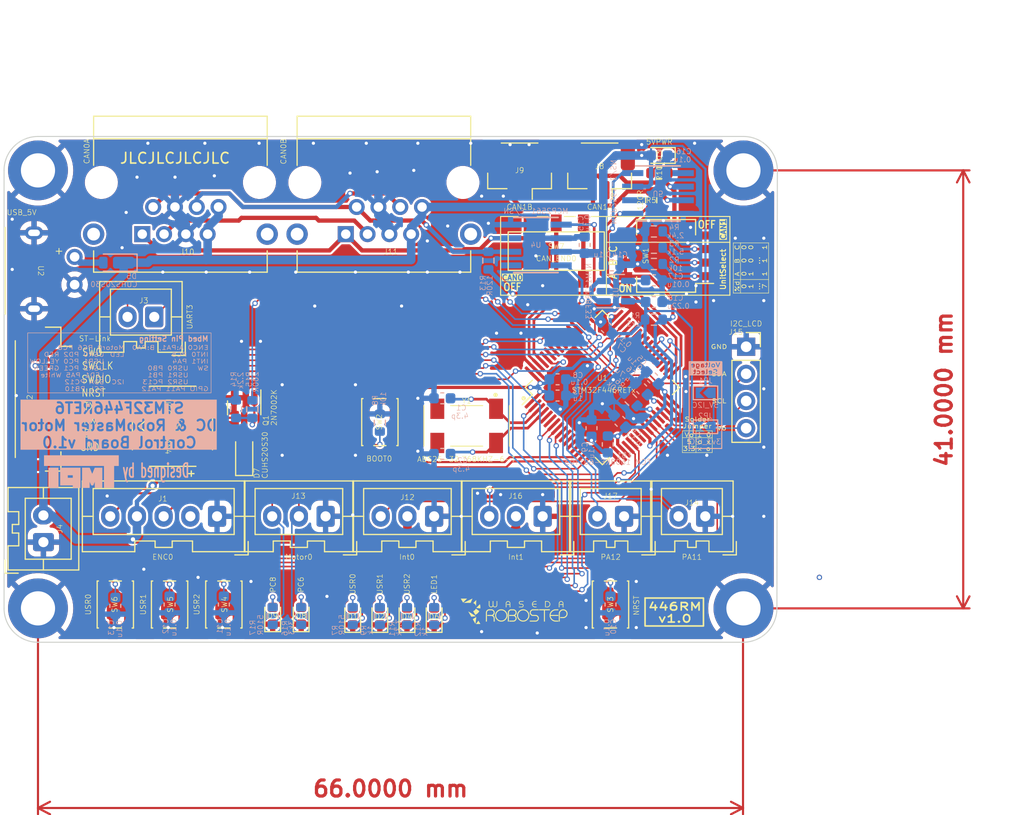
<source format=kicad_pcb>
(kicad_pcb (version 20221018) (generator pcbnew)
  (layers (0 "F.Cu" signal) (31 "B.Cu" signal) (34 "B.Paste" user) (35 "F.Paste" user) (36 "B.SilkS" user "B.Silkscreen") (37 "F.SilkS" user "F.Silkscreen") (38 "B.Mask" user) (39 "F.Mask" user) (44 "Edge.Cuts" user))
  (net 0 "")
  (net 1 "OSCL_IN")
  (net 2 "GND")
  (net 3 "OSCL_OUT")
  (net 4 "Net-(U1-VCAP_1)")
  (net 5 "+3.3VA")
  (net 6 "NRST")
  (net 7 "USR_SW0")
  (net 8 "USR_SW1")
  (net 9 "USR_SW2")
  (net 10 "Net-(U3-CS)")
  (net 11 "Net-(D1-A)")
  (net 12 "Net-(D2-A)")
  (net 13 "Net-(D3-K)")
  (net 14 "UART3_RX")
  (net 15 "UART3_TX")
  (net 16 "Net-(D4-A)")
  (net 17 "Net-(D5-A)")
  (net 18 "Motor1CW_PC9")
  (net 19 "Motor1CCW_PC7")
  (net 20 "Motor0CW_PC6")
  (net 21 "Motor0CCW_PC8")
  (net 22 "ENC1A_PB7")
  (net 23 "ENC1B_PB6")
  (net 24 "Net-(D6-A)")
  (net 25 "ENC0A_PA1")
  (net 26 "ENC0B_PA0")
  (net 27 "SWCLK")
  (net 28 "SWDIO")
  (net 29 "SWO")
  (net 30 "VCP_RX")
  (net 31 "VCP_TX")
  (net 32 "I2C2_SDA")
  (net 33 "I2C2_SCL")
  (net 34 "CAN_0+")
  (net 35 "CAN_0-")
  (net 36 "RJ45_3_0")
  (net 37 "RJ45_6_0")
  (net 38 "5V_CAN0")
  (net 39 "UnitSelect")
  (net 40 "+3V3")
  (net 42 "Net-(R2-Pad1)")
  (net 43 "Net-(R3-Pad2)")
  (net 44 "Net-(U1-PB2)")
  (net 45 "USR_LED0")
  (net 46 "BOOT0")
  (net 47 "USR_LED1")
  (net 48 "USR_LED2")
  (net 49 "LED1")
  (net 50 "BUZZER")
  (net 51 "Net-(R4-Pad2)")
  (net 52 "CAN_1-")
  (net 53 "Net-(R5-Pad2)")
  (net 54 "Net-(SW7-C)")
  (net 56 "CAN_1+")
  (net 57 "SPI2_MISO")
  (net 58 "SPI2_MOSI")
  (net 59 "Net-(D8-A)")
  (net 60 "Motor2CW_PA6")
  (net 61 "Motor2CCW_PA7")
  (net 62 "INT0")
  (net 63 "CAN_RD_1")
  (net 64 "CAN_TD_1")
  (net 65 "Motor3CW_PB14")
  (net 66 "Motor3CCW_PB15")
  (net 67 "SPI2_CS")
  (net 68 "SPI2_SCK")
  (net 69 "Net-(D9-A)")
  (net 70 "GPIO_PA11")
  (net 73 "ENC3B_PB4")
  (net 74 "ENC3A_PB5")
  (net 75 "CAN_RD_0")
  (net 76 "CAN_TD_0")
  (net 81 "Net-(D7-A)")
  (net 82 "Net-(Q1-G)")
  (net 83 "Net-(J15-Pin_4)")
  (net 84 "INT1")
  (net 85 "GPIO_PA12")
  (footprint "Connector_JST:JST_XA_B03B-XASK-1_1x03_P2.50mm_Vertical" (layer "F.Cu") (at 128.27 108.585 180)
    (fp_text reference "J13")
    (fp_text value "Motor0")
  )
  (footprint "Connector_JST:JST_XA_B02B-XASK-1_1x02_P2.50mm_Vertical" (layer "F.Cu") (at 101.854 110.998 90)
    (fp_text reference "J4")
    (fp_text value "5V_IO" hide)
  )
  (footprint "Original:JST_GH_SM02B-GHS-TB_1x02-1MP_P1.25mm_Horizontal_Handsolder" (layer "F.Cu") (at 153.924 76.2 180)
    (fp_text reference "J8")
    (fp_text value "CAN1A")
  )
  (footprint "Resistor_SMD:R_0603_1608Metric" (layer "F.Cu") (at 158.75 78.994 -90)
    (fp_text reference "R5")
    (fp_text value "120R")
  )
  (footprint "Original:slide_SW" (layer "F.Cu") (at 149.864 83.7565 90)
    (fp_text reference "SW7")
    (fp_text value "CAN_END0")
  )
  (footprint "Diode_SMD:D_TUMD2" (layer "F.Cu") (at 120.65 102.855 90)
    (fp_text reference "D7")
    (fp_text value "CUHS20S30")
  )
  (footprint "LED_SMD:LED_0603_1608Metric" (layer "F.Cu") (at 130.81 117.9575 90)
    (fp_text reference "D1")
    (fp_text value "USR0")
  )
  (footprint "Original:ROBOSTEP_LOGO_B_10mm" (layer "F.Cu") (at 145.923 117.475)
    (fp_text reference "G***" hide)
    (fp_text value "LOGO" hide)
  )
  (footprint "Connector_JST:JST_GH_SM08B-GHS-TB_1x08-1MP_P1.25mm_Horizontal" (layer "F.Cu") (at 101.782 97.613 -90)
    (fp_text reference "J2")
    (fp_text value "ST-Link")
  )
  (footprint "LED_SMD:LED_0603_1608Metric" (layer "F.Cu") (at 125.984 117.8945 90)
    (fp_text reference "D8")
    (fp_text value "PC6")
  )
  (footprint "Connector_JST:JST_XA_B02B-XASK-1_1x02_P2.50mm_Vertical" (layer "F.Cu") (at 163.81 108.585 180)
    (fp_text reference "J14")
    (fp_text value "PA11")
  )
  (footprint "MountingHole:MountingHole_3.2mm_M3_DIN965_Pad" (layer "F.Cu") (at 101.346 76.2)
    (fp_text reference "H1")
    (fp_text value "H")
  )
  (footprint "MountingHole:MountingHole_3.2mm_M3_DIN965_Pad" (layer "F.Cu") (at 167.386 76.2)
    (fp_text reference "H4")
    (fp_text value "H")
  )
  (footprint "Connector_JST:JST_XA_B03B-XASK-1_1x03_P2.50mm_Vertical" (layer "F.Cu") (at 138.43 108.585 180)
    (fp_text reference "J12")
    (fp_text value "Int0")
  )
  (footprint "Package_TO_SOT_SMD:SOT-23" (layer "F.Cu") (at 120.65 98.425 -90)
    (fp_text reference "Q1")
    (fp_text value "2N7002K")
  )
  (footprint "Connector_JST:JST_XA_B03B-XASK-1_1x03_P2.50mm_Vertical" (layer "F.Cu") (at 148.59 108.585 180)
    (fp_text reference "J16")
    (fp_text value "Int1")
  )
  (footprint "LED_SMD:LED_0603_1608Metric" (layer "F.Cu") (at 138.43 117.9575 90)
    (fp_text reference "D6")
    (fp_text value "LED1")
  )
  (footprint "Original:SW_SPST_PTS810_HandSolder" (layer "F.Cu") (at 108.585 116.84 90)
    (fp_text reference "SW6")
    (fp_text value "USR0")
  )
  (footprint "LED_SMD:LED_0603_1608Metric" (layer "F.Cu") (at 133.35 117.9575 90)
    (fp_text reference "D2")
    (fp_text value "USR1")
  )
  (footprint "Original:SW_SPST_PTS810_HandSolder" (layer "F.Cu") (at 154.94 116.84 90)
    (fp_text reference "SW3")
    (fp_text value "NRST")
  )
  (footprint "Resistor_SMD:R_0603_1608Metric" (layer "F.Cu") (at 159.512 76.454)
    (fp_text reference "R10")
    (fp_text value "1k" hide)
  )
  (footprint "Original:SW_SPST_PTS810_HandSolder" (layer "F.Cu") (at 118.745 116.84 90)
    (fp_text reference "SW4")
    (fp_text value "USR2")
  )
  (footprint "Original:Kai_LAN_RJ45_Neltron_Industrial_7810-8P8C" (layer "F.Cu") (at 130.158 82.169 180)
    (fp_text reference "J11")
    (fp_text value "CAN0B")
  )
  (footprint "Package_QFP:LQFP-64_10x10mm_P0.5mm" (layer "F.Cu") (at 154.178 96.52 45)
    (fp_text reference "U1")
    (fp_text value "STM32F446RETx")
  )
  (footprint "Connector_JST:JST_XA_B02B-XASK-1_1x02_P2.50mm_Vertical" (layer "F.Cu") (at 112.228 89.916 180)
    (fp_text reference "J3")
    (fp_text value "UART3")
  )
  (footprint "Original:JST_GH_SM02B-GHS-TB_1x02-1MP_P1.25mm_Horizontal_Handsolder" (layer "F.Cu") (at 146.431 76.2 180)
    (fp_text reference "J9")
    (fp_text value "CAN1B")
  )
  (footprint "Connector_PinSocket_2.54mm:PinSocket_1x04_P2.54mm_Vertical" (layer "F.Cu") (at 167.64 92.71)
    (fp_text reference "J15")
    (fp_text value "I2C_LCD")
  )
  (footprint "Original:Kai_LAN_RJ45_Neltron_Industrial_7810-8P8C" (layer "F.Cu") (at 111.108 82.169 180)
    (fp_text reference "J10")
    (fp_text value "CAN0A")
  )
  (footprint "MountingHole:MountingHole_3.2mm_M3_DIN965_Pad" (layer "F.Cu") (at 101.346 117.2)
    (fp_text reference "H2")
    (fp_text value "H")
  )
  (footprint "Button_Switch_SMD:SW_DIP_SPSTx04_Slide_KingTek_DSHP04TS_W7.62mm_P1.27mm" (layer "F.Cu") (at 160.147 84.201 180)
    (fp_text reference "SW1")
    (fp_text value "UnitSelect")
  )
  (footprint "Connector_JST:JST_XA_B02B-XASK-1_1x02_P2.50mm_Vertical" (layer "F.Cu") (at 156.21 108.585 180)
    (fp_text reference "J17")
    (fp_text value "PA12")
  )
  (footprint "Original:UGCT7525AN4" (layer "F.Cu") (at 116.332 102.555 180)
    (fp_text reference "LS1")
    (fp_text value "UGCT7525AN4")
  )
  (footprint "MountingHole:MountingHole_3.2mm_M3_DIN965_Pad" (layer "F.Cu") (at 167.386 117.2)
    (fp_text reference "H3")
    (fp_text value "H")
  )
  (footprint "Original:SW_SPST_PTS810_HandSolder" (layer "F.Cu") (at 133.35 99.763 -90)
    (fp_text reference "SW2")
    (fp_text value "BOOT0")
  )
  (footprint "SamacSys_Parts:ABS2532768KHZT" (layer "F.Cu") (at 141.478 99.568 180)
    (fp_text reference "Y1")
    (fp_text value "ABS25-32.768KHZ-6-T")
  )
  (footprint "Original:aki_USB_mB_PWR" (layer "F.Cu") (at 104.775 85.598 -90)
    (fp_text reference "U2")
    (fp_text value "USB_5V")
  )
  (footprint "LED_SMD:LED_0603_1608Metric" (layer "F.Cu") (at 159.512 74.803 180)
    (fp_text reference "D3")
    (fp_text value "5VPWR")
  )
  (footprint "LED_SMD:LED_0603_1608Metric" (layer "F.Cu") (at 123.317 117.8945 90)
    (fp_text reference "D9")
    (fp_text value "PC8")
  )
  (footprint "LED_SMD:LED_0603_1608Metric" (layer "F.Cu") (at 135.89 117.9575 90)
    (fp_text reference "D4")
    (fp_text value "USR2")
  )
  (footprint "Connector_JST:JST_XA_B05B-XASK-1_1x05_P2.50mm_Vertical" (layer "F.Cu") (at 118.11 108.585 180)
    (fp_text reference "J1")
    (fp_text value "ENC0")
  )
  (footprint "Original:SW_SPST_PTS810_HandSolder" (layer "F.Cu") (at 113.665 116.84 90)
    (fp_text reference "SW5")
    (fp_text value "USR1")
  )
  (footprint "Original:solderbridge" (layer "B.Cu") (at 163.83 100.203 180)
    (fp_text reference "JP2")
    (fp_text value "3v3_I2C")
  )
  (footprint "Capacitor_SMD:C_0603_1608Metric" (layer "B.Cu") (at 159.004 86.487)
    (fp_text reference "C17")
    (fp_text value "0.01u")
  )
  (footprint "Capacitor_SMD:C_0603_1608Metric" (layer "B.Cu") (at 153.162 100.33 90)
    (fp_text reference "C9")
    (fp_text value "0.1u")
  )
  (footprint "Resistor_SMD:R_0603_1608Metric" (layer "B.Cu") (at 143.51 84.645 90)
    (fp_text reference "R13")
    (fp_text value "120R")
  )
  (footprint "Capacitor_SMD:C_0603_1608Metric" (layer "B.Cu") (at 108.585 116.967 -90)
    (fp_text reference "C13")
    (fp_text value "0.1u")
  )
  (footprint "Resistor_SMD:R_0603_1608Metric" (layer "B.Cu") (at 159.004 84.963 180)
    (fp_text reference "R2")
    (fp_text value "10k")
  )
  (footprint "Resistor_SMD:R_0603_1608Metric" (layer "B.Cu") (at 123.317 117.92 90)
    (fp_text reference "R17")
    (fp_text value "510R")
  )
  (footprint "Capacitor_SMD:C_0603_1608Metric" (layer "B.Cu") (at 155.067 85.09)
    (fp_text reference "C14")
    (fp_text value "0.1u")
  )
  (footprint "Capacitor_SMD:C_0603_1608Metric" (layer "B.Cu") (at 157.861 96.647 135)
    (fp_text reference "C6")
    (fp_text value "4.7u")
  )
  (footprint "Inductor_SMD:L_0603_1608Metric" (layer "B.Cu") (at 154.686 101.854 -90)
    (fp_text reference "FB1")
    (fp_text value "FerriteBead" hide)
  )
  (footprint "Resistor_SMD:R_0603_1608Metric" (layer "B.Cu") (at 159.004 81.915)
    (fp_text reference "R4")
    (fp_text value "2.4k")
  )
  (footprint "Resistor_SMD:R_0603_1608Metric" (layer "B.Cu") (at 121.412 98.552 -90)
    (fp_text reference "R15")
    (fp_text value "200R")
  )
  (footprint "Diode_SMD:D_TUMD2" (layer "B.Cu") (at 108.712 84.836 180)
    (fp_text reference "D5")
    (fp_text value "CUHS20S30")
  )
  (footprint "Capacitor_SMD:C_0603_1608Metric" (layer "B.Cu") (at 149.987 97.282 180)
    (fp_text reference "C3")
    (fp_text value "1u")
  )
  (footprint "Capacitor_SMD:C_0603_1608Metric" (layer "B.Cu") (at 154.94 116.84 -90)
    (fp_text reference "C10")
    (fp_text value "0.1u")
  )
  (footprint "Capacitor_SMD:C_0603_1608Metric" (layer "B.Cu") (at 139.192 97.536 180)
    (fp_text reference "C1")
    (fp_text value "4.3p")
  )
  (footprint "Resistor_SMD:R_0603_1608Metric" (layer "B.Cu") (at 133.35 99.822 -90)
    (fp_text reference "R8")
    (fp_text value "10k")
  )
  (footprint "Resistor_SMD:R_0603_1608Metric" (layer "B.Cu") (at 159.004 83.439)
    (fp_text reference "R3")
    (fp_text value "5.1k")
  )
  (footprint "Capacitor_SMD:C_0603_1608Metric" (layer "B.Cu") (at 159.004 88.519)
    (fp_text reference "C18")
    (fp_text value "0.22u")
  )
  (footprint "Original:TMPI_LOGO_7mm_Fill" (layer "B.Cu") (at 105.41 104.394 180)
    (fp_text reference "G***" hide)
    (fp_text value "LOGO" hide)
  )
  (footprint "Capacitor_SMD:C_0603_1608Metric" (layer "B.Cu") (at 155.829 99.695 135)
    (fp_text reference "C4")
    (fp_text value "0.1u")
  )
  (footprint "Capacitor_SMD:C_0603_1608Metric" (layer "B.Cu") (at 158.877 95.631 -45)
    (fp_text reference "C5")
    (fp_text value "0.1u")
  )
  (footprint "Resistor_SMD:R_0603_1608Metric" (layer "B.Cu") (at 135.89 117.92 90)
    (fp_text reference "R11")
    (fp_text value "3.3k")
  )
  (footprint "Resistor_SMD:R_0603_1608Metric" (layer "B.Cu") (at 119.888 98.552 -90)
    (fp_text reference "R14")
    (fp_text value "2.2k")
  )
  (footprint "Resistor_SMD:R_0603_1608Metric" (layer "B.Cu") (at 159.004 90.17)
    (fp_text reference "R1")
    (fp_text value "1k5")
  )
  (footprint "Resistor_SMD:R_0603_1608Metric" (layer "B.Cu") (at 125.984 117.92 90)
    (fp_text reference "R16")
    (fp_text value "3k3")
  )
  (footprint "Capacitor_SMD:C_0603_1608Metric" (layer "B.Cu") (at 154.559 90.932 135)
    (fp_text reference "C7")
    (fp_text value "0.1u")
  )
  (footprint "Capacitor_SMD:C_0603_1608Metric" (layer "B.Cu") (at 118.745 116.84 -90)
    (fp_text reference "C11")
    (fp_text value "0.1u")
  )
  (footprint "Resistor_SMD:R_0603_1608Metric" (layer "B.Cu") (at 156.845 97.663 -45)
    (fp_text reference "R6")
    (fp_text value "10k")
  )
  (footprint "Capacitor_SMD:C_0603_1608Metric" (layer "B.Cu") (at 152.527 83.185 -90)
    (fp_text reference "C15")
    (fp_text value "0.1u")
  )
  (footprint "Capacitor_SMD:C_0603_1608Metric" (layer "B.Cu") (at 113.665 116.84 -90)
    (fp_text reference "C12")
    (fp_text value "0.1u")
  )
  (footprint "Resistor_SMD:R_0603_1608Metric" (layer "B.Cu") (at 133.35 117.92 90)
    (fp_text reference "R9")
    (fp_text value "1k")
  )
  (footprint "Original:solderbridge" (layer "B.Cu") (at 163.83 97.028 180)
    (fp_text reference "JP1")
    (fp_text value "5V_I2C")
  )
  (footprint "Package_TO_SOT_SMD:SOT-23-5" (layer "B.Cu") (at 155.448 87.503)
    (fp_text reference "U3")
    (fp_text value "NJM12788F33")
  )
  (footprint "Capacitor_SMD:C_0603_1608Metric" (layer "B.Cu") (at 139.192 102.743 180)
    (fp_text reference "C2")
    (fp_text value "4.3p")
  )
  (footprint "Capacitor_SMD:C_0603_1608Metric" (layer "B.Cu") (at 149.987 95.758)
    (fp_text reference "C8")
    (fp_text value "0.1u")
  )
  (footprint "Resistor_SMD:R_0603_1608Metric" (layer "B.Cu") (at 130.81 117.92 90)
    (fp_text reference "R7")
    (fp_text value "510R")
  )
  (footprint "MCP2561_E_SN:SOIC8-N_MC_MCH" (layer "B.Cu") (at 159.385 78.359)
    (fp_text reference "U5")
    (fp_text value "MCP2561-E/SN")
  )
  (footprint "Resistor_SMD:R_0603_1608Metric" (layer "B.Cu") (at 138.43 117.92 90)
    (fp_text reference "R12")
    (fp_text value "1k")
  )
  (footprint "Capacitor_SMD:C_0603_1608Metric" (layer "B.Cu") (at 159.512 74.803 180)
    (fp_text reference "C16")
    (fp_text value "0.1u")
  )
  (footprint "MCP2561_E_SN:SOIC8-N_MC_MCH" (layer "B.Cu") (at 147.955 83.185 180)
    (fp_text reference "U4")
    (fp_text value "MCP2561-E/SN")
  )
  (gr_line (start 165.277248 94.148902) (end 165.277248 95.291902) (stroke (width 0.1)) (layer "B.SilkS"))
  (gr_line (start 162.40019 94.161955) (end 162.40019 95.304955) (stroke (width 0.1)) (layer "B.SilkS"))
  (gr_line (start 165.354 94.161955) (end 165.354 95.304955) (stroke (width 0.1)) (layer "B.SilkS"))
  (gr_rect (start 100.3808 91.4146) (end 117.5512 97.028) (stroke (width 0.05)) (fill none) (layer "B.SilkS"))
  (gr_rect (start 162.306 94.107) (end 165.354 102.235) (stroke (width 0.1)) (fill none) (layer "B.SilkS"))
  (gr_line (start 162.303163 95.345608) (end 165.351163 95.345608) (stroke (width 0.1)) (layer "B.SilkS"))
  (gr_line (start 155.321 80.518) (end 153.162 80.518) (stroke (width 0.1)) (layer "F.SilkS"))
  (gr_line (start 161.671 101.219) (end 164.465 101.219) (stroke (width 0.05)) (layer "F.SilkS"))
  (gr_line (start 169.741544 87.686482) (end 169.741544 82.987482) (stroke (width 0.05)) (layer "F.SilkS"))
  (gr_rect (start 158.175216 116.233774) (end 163.642784 118.849061) (stroke (width 0.15)) (fill none) (layer "F.SilkS"))
  (gr_line (start 166.439544 87.686482) (end 166.439544 82.987482) (stroke (width 0.05)) (layer "F.SilkS"))
  (gr_line (start 154.559 82.931) (end 154.559 80.518) (stroke (width 0.1)) (layer "F.SilkS"))
  (gr_line (start 151.638 80.518) (end 150.622 80.518) (stroke (width 0.1)) (layer "F.SilkS"))
  (gr_line (start 161.671 102.616) (end 164.465 102.616) (stroke (width 0.05)) (layer "F.SilkS"))
  (gr_line (start 164.465 100.584) (end 164.465 102.616) (stroke (width 0.05)) (layer "F.SilkS"))
  (gr_line (start 146.304 80.518) (end 144.653 80.518) (stroke (width 0.1)) (layer "F.SilkS"))
  (gr_line (start 149.098 80.518) (end 148.082 80.518) (stroke (width 0.1)) (layer "F.SilkS"))
  (gr_line (start 166.439544 87.686482) (end 169.741544 87.686482) (stroke (width 0.05)) (layer "F.SilkS"))
  (gr_circle (center 146.812 97.536) (end 146.812 97.409) (stroke (width 0.15)) (fill none) (layer "F.SilkS"))
  (gr_line (start 167.10984 87.684429) (end 167.10984 82.985429) (stroke (width 0.05)) (layer "F.SilkS"))
  (gr_line (start 166.116 87.884) (end 166.116 82.931) (stroke (width 0.1)) (layer "F.SilkS"))
  (gr_line (start 154.559 82.931) (end 166.116 82.931) (stroke (width 0.1)) (layer "F.SilkS"))
  (gr_line (start 161.671 100.584) (end 164.465 100.584) (stroke (width 0.05)) (layer "F.SilkS"))
  (gr_line (start 162.941 100.584) (end 162.941 102.616) (stroke (width 0.05)) (layer "F.SilkS"))
  (gr_line (start 155.321 87.884) (end 166.116 87.884) (stroke (width 0.1)) (layer "F.SilkS"))
  (gr_line (start 144.653 87.884) (end 144.653 80.518) (stroke (width 0.1)) (layer "F.SilkS"))
  (gr_line (start 154.559 87.884) (end 154.559 82.931) (stroke (width 0.1)) (layer "F.SilkS"))
  (gr_line (start 161.671 100.584) (end 161.671 102.616) (stroke (width 0.05)) (layer "F.SilkS"))
  (gr_line (start 166.439544 86.416482) (end 169.741544 86.416482) (stroke (width 0.05)) (layer "F.SilkS"))
  (gr_line (start 155.321 80.518) (end 166.116 80.518) (stroke (width 0.1)) (layer "F.SilkS"))
  (gr_line (start 166.439544 82.987482) (end 169.741544 82.987482) (stroke (width 0.05)) (layer "F.SilkS"))
  (gr_line (start 166.116 82.931) (end 166.116 80.518) (stroke (width 0.1)) (layer "F.SilkS"))
  (gr_line (start 144.653 87.884) (end 155.321 87.884) (stroke (width 0.1)) (layer "F.SilkS"))
  (gr_arc (start 101.346 120.375) (mid 99.100936 119.445064) (end 98.171 117.2) (stroke (width 0.1)) (layer "Edge.Cuts"))
  (gr_line (start 98.171 117.2) (end 98.171 76.2) (stroke (width 0.1)) (layer "Edge.Cuts"))
  (gr_line (start 170.561 76.2) (end 170.521 117.2) (stroke (width 0.1)) (layer "Edge.Cuts"))
  (gr_line (start 167.346 120.375) (end 101.346 120.375) (stroke (width 0.1)) (layer "Edge.Cuts"))
  (gr_arc (start 167.386 73.025) (mid 169.631064 73.954936) (end 170.561 76.2) (stroke (width 0.1)) (layer "Edge.Cuts"))
  (gr_line (start 101.346 73.025) (end 167.386 73.025) (stroke (width 0.1)) (layer "Edge.Cuts"))
  (gr_arc (start 170.521 117.2) (mid 169.591064 119.445064) (end 167.346 120.375) (stroke (width 0.1)) (layer "Edge.Cuts"))
  (gr_arc (start 98.171 76.2) (mid 99.100936 73.954936) (end 101.346 73.025) (stroke (width 0.1)) (layer "Edge.Cuts"))
  (gr_text "ENC0 A:PA1, B:PA0\nINT0 PC5\nINT1 PA4\nSW	USR0 PB0\n	USR1 PB1\n	USR2 PC13\nGPIO PA11 PA12" (at 117.348 92.5576) (layer "B.SilkS") (effects (font (size 0.4 0.5) (thickness 0.05)) (justify left top mirror)))
  (gr_text "Voltage\nSelect" (at 163.83 94.742) (layer "B.SilkS" knockout) (effects (font (size 0.4 0.5) (thickness 0.08) bold) (justify mirror)))
  (gr_text "Motor0 PC6 PC8\nLED	USR0 PD2 RED\n	USR1 PC0 YELLOW\n	USR2 PC1 GREEN\n	LED1 PA5 White\nI2C	SDA PC12\n	SCL PB10" (at 109.474 92.5576) (layer "B.SilkS") (effects (font (size 0.4 0.5) (thickness 0.05)) (justify left top mirror)))
  (gr_text "Mbed Pin Setting\n" (at 117.348 91.6686) (layer "B.SilkS") (effects (font (size 0.5 0.5) (thickness 0.1) bold) (justify left top mirror)))
  (gr_text "Designed by" (at 115.590912 104.306385) (layer "B.SilkS") (effects (font (size 1.3 0.68)) (justify left mirror)))
  (gr_text "STM32F446RET6\nDC & RoboMaster Motor\nControl Board v1.0" (at 108.966 100.076) (layer "B.SilkS" knockout) (effects (font (size 1 1) (thickness 0.2) bold) (justify mirror)))
  (gr_text "RX" (at 106.172 99.568) (layer "F.SilkS") (effects (font (size 0.7 0.6) (thickness 0.075))))
  (gr_text "NRST" (at 106.553 97.028) (layer "F.SilkS") (effects (font (size 0.7 0.6) (thickness 0.075))))
  (gr_text "Vo\n5\n3.3" (at 162.306 101.6) (layer "F.SilkS") (effects (font (size 0.4 0.5) (thickness 0.0625))))
  (gr_text "Solder\nJumper" (at 163.068 99.822) (layer "F.SilkS") (effects (font (size 0.4 0.5) (thickness 0.0625))))
  (gr_text "SCL" (at 165.1 97.79) (layer "F.SilkS") (effects (font (size 0.4 0.5) (thickness 0.0625))))
  (gr_text "GND" (at 165.1 92.71) (layer "F.SilkS") (effects (font (size 0.4 0.5) (thickness 0.0625))))
  (gr_text "SDA" (at 165.1 95.25) (layer "F.SilkS") (effects (font (size 0.4 0.5) (thickness 0.0625))))
  (gr_text "SWDIO" (at 106.807 95.758) (layer "F.SilkS") (effects (font (size 0.7 0.6) (thickness 0.075))))
  (gr_text "%d\n0\n1\n...\n7" (at 168.090544 87.051482 90) (layer "F.SilkS") (effects (font (size 0.4 0.5) (thickness 0.0625))))
  (gr_text "JLCJLCJLCJLC " (at 114.554 75.057) (layer "F.SilkS") (effects (font (size 1 1))))
  (gr_text "SWO" (at 106.426 93.218) (layer "F.SilkS") (effects (font (size 0.7 0.6) (thickness 0.075))))
  (gr_text "5V" (at 106.172 100.838) (layer "F.SilkS") (effects (font (size 0.7 0.6) (thickness 0.075))))
  (gr_text "A  B  C\n0  0  0\n1  0  0\n...\n1  1  1" (at 168.090544 84.638482 90) (layer "F.SilkS") (effects (font (size 0.4 0.5) (thickness 0.0625))))
  (gr_text "SWCLK" (at 106.934 94.488) (layer "F.SilkS") (effects (font (size 0.7 0.6) (thickness 0.075))))
  (gr_text "ON" (at 156.337 87.249) (layer "F.SilkS") (effects (font (size 0.7 0.6) (thickness 0.12) bold)))
  (gr_text "CAN1" (at 165.507735 81.726786 90) (layer "F.SilkS" knockout) (effects (font (size 0.5 0.5) (thickness 0.1) bold)))
  (gr_text "1 0\no x\nx o" (at 163.703 101.6) (layer "F.SilkS") (effects (font (size 0.4 0.5) (thickness 0.0625))))
  (gr_text "B" (at 155.194 84.836 90) (layer "F.SilkS") (effects (font (size 0.7 0.6) (thickness 0.12) bold)))
  (gr_text "CAN0" (at 145.754489 86.24144) (layer "F.SilkS" knockout) (effects (font (size 0.5 0.5) (thickness 0.1) bold)))
  (gr_text "446RM\nv1.0" (at 160.968922 117.602) (layer "F.SilkS") (effects (font (size 0.7 1))))
  (gr_text "TX" (at 106.172 98.298) (layer "F.SilkS") (effects (font (size 0.7 0.6) (thickness 0.075))))
  (gr_text "Vo" (at 165.354 100.33) (layer "F.SilkS") (effects (font (size 0.4 0.5) (thickness 0.0625))))
  (gr_text "OFF" (at 145.754489 87.122) (layer "F.SilkS") (effects (font (size 0.7 0.6) (thickness 0.12) bold)))
  (gr_text "OFF" (at 163.957 81.28) (layer "F.SilkS") (effects (font (size 0.7 0.6) (thickness 0.12) bold)))
  (gr_text "GND" (at 106.172 102.108) (layer "F.SilkS") (effects (font (size 0.7 0.6) (thickness 0.075))))
  (gr_text "A" (at 155.194 86.106 90) (layer "F.SilkS") (effects (font (size 0.7 0.6) (thickness 0.12) bold)))
  (gr_text "C" (at 155.194 83.566 90) (layer "F.SilkS") (effects (font (size 0.7 0.6) (thickness 0.12) bold)))
  (dimension (type aligned) (layer "F.Cu") (pts (xy 167.386 117.2) (xy 167.386 76.2)) (height 20.574) (gr_text "41.0000 mm" (at 186.16 96.7 90) (layer "F.Cu") (effects (font (size 1.5 1.5) (thickness 0.3)))) (format (prefix "") (suffix "") (units 3) (units_format 1) (precision 4)) (style (thickness 0.2) (arrow_length 1.27) (text_position_mode 0) (extension_height 0.58642) (extension_offset 0.5) keep_text_aligned))
  (dimension (type aligned) (layer "F.Cu") (pts (xy 167.346 117.2) (xy 101.346 117.2)) (height -18.69) (gr_text "66.0000 mm" (at 134.346 134.09) (layer "F.Cu") (effects (font (size 1.5 1.5) (thickness 0.3)))) (format (prefix "") (suffix "") (units 3) (units_format 1) (precision 4)) (style (thickness 0.2) (arrow_length 1.27) (text_position_mode 0) (extension_height 0.58642) (extension_offset 0.5) keep_text_aligned))
  (via (at 174.498 114.3) (size 0.5) (drill 0.3) (layers "F.Cu" "B.Cu") (net 0))
  (segment (start 141.903 97.616) (end 143.326 97.616) (width 0.25) (layer "F.Cu") (net 1))
  (segment (start 143.326 97.616) (end 144.228 98.518) (width 0.25) (layer "F.Cu") (net 1))
  (segment (start 145.532 99.822) (end 146.986912 99.822) (width 0.25) (layer "F.Cu") (net 1))
  (segment (start 146.986912 99.822) (end 148.220625 98.588287) (width 0.25) (layer "F.Cu") (net 1))
  (segment (start 144.228 98.518) (end 145.532 99.822) (width 0.25) (layer "F.Cu") (net 1))
  (via (at 141.903 97.616) (size 0.5) (drill 0.3) (layers "F.Cu" "B.Cu") (net 1))
  (segment (start 141.903 97.616) (end 140.047 97.616) (width 0.25) (layer "B.Cu") (net 1))
  (segment (start 140.047 97.616) (end 139.967 97.536) (width 0.25) (layer "B.Cu") (net 1))
  (segment (start 158.02084 95.802) (end 159.750167 97.531327) (width 0.3) (layer "F.Cu") (net 2))
  (segment (start 155.196901 95.79789) (end 155.329723 95.79789) (width 0.3) (layer "F.Cu") (net 2))
  (segment (start 119.82 114.668) (end 119.82 119.012) (width 0.25) (layer "F.Cu") (net 2))
  (segment (start 159.785521 97.531327) (end 160.488928 98.234734) (width 0.3) (layer "F.Cu") (net 2))
  (segment (start 159.750167 97.531327) (end 159.785521 97.531327) (width 0.3) (layer "F.Cu") (net 2))
  (segment (start 114.74 114.668) (end 114.74 119.012) (width 0.25) (layer "F.Cu") (net 2))
  (segment (start 154.559 90.932) (end 155.169806 90.932) (width 0.3) (layer "F.Cu") (net 2))
  (segment (start 155.169806 90.932) (end 155.892734 90.209072) (width 0.3) (layer "F.Cu") (net 2))
  (segment (start 155.329723 95.79789) (end 155.333833 95.802) (width 0.3) (layer "F.Cu") (net 2))
  (segment (start 109.66 114.668) (end 109.66 119.012) (width 0.25) (layer "F.Cu") (net 2))
  (segment (start 154.010992 90.383992) (end 154.559 90.932) (width 0.3) (layer "F.Cu") (net 2))
  (segment (start 155.333833 95.802) (end 158.02084 95.802) (width 0.3) (layer "F.Cu") (net 2))
  (via (at 163.957 102.87) (size 0.5) (drill 0.3) (layers "F.Cu" "B.Cu") (net 2))
  (via (at 127.127 73.66) (size 0.5) (drill 0.3) (layers "F.Cu" "B.Cu") (net 2))
  (via (at 152.654 116.459) (size 0.5) (drill 0.3) (layers "F.Cu" "B.Cu") (net 2))
  (via (at 135.382 88.9) (size 0.5) (drill 0.3) (layers "F.Cu" "B.Cu") (net 2))
  (via (at 144.653 106.553) (size 0.5) (drill 0.3) (layers "F.Cu" "B.Cu") (net 2))
  (via (at 158.496 80.899) (size 0.5) (drill 0.3) (layers "F.Cu" "B.Cu") (net 2))
  (via (at 118.618 118.999) (size 0.5) (drill 0.3) (layers "F.Cu" "B.Cu") (net 2))
  (via (at 162.052 87.757) (size 0.5) (drill 0.3) (layers "F.Cu" "B.Cu") (net 2))
  (via (at 131.064 102.87) (size 0.5) (drill 0.3) (layers "F.Cu" "B.Cu") (net 2))
  (via (at 169.291 108.585) (size 0.5) (drill 0.3) (layers "F.Cu" "B.Cu") (net 2))
  (via (at 142.875 78.613) (size 0.5) (drill 0.3) (layers "F.Cu" "B.Cu") (net 2))
  (via (at 122.047 73.66) (size 0.5) (drill 0.3) (layers "F.Cu" "B.Cu") (net 2))
  (via (at 152.654 118.999) (size 0.5) (drill 0.3) (layers "F.Cu" "B.Cu") (net 2))
  (via (at 157.353 118.999) (size 0.5) (drill 0.3) (layers "F.Cu" "B.Cu") (net 2))
  (via (at 162.941 88.519) (size 0.5) (drill 0.3) (layers "F.Cu" "B.Cu") (net 2))
  (via (at 127.254 88.9) (size 0.5) (drill 0.3) (layers "F.Cu" "B.Cu") (net 2))
  (via (at 154.010992 90.383992) (size 0.5) (drill 0.3) (layers "F.Cu" "B.Cu") (net 2))
  (via (at 154.178 98.044) (size 0.5) (drill 0.3) (layers "F.Cu" "B.Cu") (net 2))
  (via (at 162.0105 96.901) (size 0.5) (drill 0.3) (layers "F.Cu" "B.Cu") (net 2))
  (via (at 131.064 85.725) (size 0.5) (drill 0.3) (layers "F.Cu" "B.Cu") (net 2))
  (via (at 131.064 96.266) (size 0.5) (drill 0.3) (layers "F.Cu" "B.Cu") (net 2))
  (via (at 158.75 106.045) (size 0.5) (drill 0.3) (layers "F.Cu" "B.Cu") (net 2))
  (via (at 109.601 80.137) (size 0.5) (drill 0.3) (layers "F.Cu" "B.Cu") (net 2))
  (via (at 141.859 73.66) (size 0.5) (drill 0.3) (layers "F.Cu" "B.Cu") (net 2))
  (via (at 144.272 91.44) (size 0.5) (drill 0.3) (layers "F.Cu" "B.Cu") (net 2))
  (via (at 147.32 73.787) (size 0.5) (drill 0.3) (layers "F.Cu" "B.Cu") (net 2))
  (via (at 140.97 108.585) (size 0.5) (drill 0.3) (layers "F.Cu" "B.Cu") (net 2))
  (via (at 130.81 108.458) (size 0.5) (drill 0.3) (layers "F.Cu" "B.Cu") (net 2))
  (via (at 116.967 73.66) (size 0.5) (drill 0.3) (layers "F.Cu" "B.Cu") (net 2))
  (via (at 150.241 98.552) (size 0.5) (drill 0.3) (layers "F.Cu" "B.Cu") (net 2))
  (via (at 157.48 81.915) (size 0.5) (drill 0.3) (layers "F.Cu" "B.Cu") (net 2))
  (via (at 125.476 85.725) (size 0.5) (drill 0.3) (layers "F.Cu" "B.Cu") (net 2))
  (via (at 142.875 119.38) (size 0.5) (drill 0.3) (layers "F.Cu" "B.Cu") (net 2))
  (via (at 136.906 73.66) (size 0.5) (drill 0.3) (layers "F.Cu" "B.Cu") (net 2))
  (via (at 107.823 106.68) (size 0.5) (drill 0.3) (layers "F.Cu" "B.Cu") (net 2))
  (via (at 157.48 83.439) (size 0.5) (drill 0.3) (layers "F.Cu" "B.Cu") (net 2))
  (via (at 159.893 80.899) (size 0.5) (drill 0.3) (layers "F.Cu" "B.Cu") (net 2))
  (via (at 155.196901 95.79789) (size 0.5) (drill 0.3) (layers "F.Cu" "B.Cu") (net 2))
  (via (at 121.285 114.681) (size 0.5) (drill 0.3) (layers "F.Cu" "B.Cu") (net 2))
  (via (at 148.082 119.507) (size 0.5) (drill 0.3) (layers "F.Cu" "B.Cu") (net 2))
  (via (at 148.59 106.553) (size 0.5) (drill 0.3) (layers "F.Cu" "B.Cu") (net 2))
  (via (at 157.48 84.963) (size 0.5) (drill 0.3) (layers "F.Cu" "B.Cu") (net 2))
  (via (at 98.933 85.471) (size 0.5) (drill 0.3) (layers "F.Cu" "B.Cu") (net 2))
  (via (at 166.37 108.585) (size 0.5) (drill 0.3) (layers "F.Cu" "B.Cu") (net 2))
  (via (at 116.332 114.3) (size 0.5) (drill 0.3) (layers "F.Cu" "B.Cu") (net 2))
  (via (at 164.592 88.392) (size 0.5) (drill 0.3) (layers "F.Cu" "B.Cu") (net 2))
  (via (at 169.291 96.647) (size 0.5) (drill 0.3) (layers "F.Cu" "B.Cu") (net 2))
  (via (at 111.252 113.538) (size 0.5) (drill 0.3) (layers "F.Cu" "B.Cu") (net 2))
  (via (at 139.7 81.407) (size 0.5) (drill 0.3) (layers "F.Cu" "B.Cu") (net 2))
  (via (at 157.353 114.681) (size 0.5) (drill 0.3) (layers "F.Cu" "B.Cu") (net 2))
  (via (at 144.907 78.613) (size 0.5) (drill 0.3) (layers "F.Cu" "B.Cu") (net 2))
  (via (at 136.906 102.489) (size 0.5) (drill 0.3) (layers "F.Cu" "B.Cu") (net 2))
  (via (at 162.433 81.534) (size 0.5) (drill 0.3) (layers "F.Cu" "B.Cu") (net 2))
  (via (at 157.099 99.441) (size 0.5) (drill 0.3) (layers "F.Cu" "B.Cu") (net 2))
  (via (at 122.174 92.202) (size 0.5) (drill 0.3) (layers "F.Cu" "B.Cu") (net 2))
  (via (at 136.525 76.2) (size 0.5) (drill 0.3) (layers "F.Cu" "B.Cu") (net 2))
  (via (at 161.9795 95.504) (size 0.5) (drill 0.3) (layers "F.Cu" "B.Cu") (net 2))
  (via (at 162.814 73.66) (size 0.5) (drill 0.3) (layers "F.Cu" "B.Cu") (net 2))
  (via (at 98.933 80.772) (size 0.5) (drill 0.3) (layers "F.Cu" "B.Cu") (net 2))
  (via (at 152.781 94.488) (size 0.5) (drill 0.3) (layers "F.Cu" "B.Cu") (net 2))
  (via (at 169.291 82.55) (size 0.5) (drill 0.3) (layers "F.Cu" "B.Cu") (net 2))
  (via (at 169.291 102.108) (size 0.5) (drill 0.3) (layers "F.Cu" "B.Cu") (net 2))
  (via (at 162.179 82.9915) (size 0.5) (drill 0.3) (layers "F.Cu" "B.Cu") (net 2))
  (via (at 110.617 76.835) (size 0.5) (drill 0.3) (layers "F.Cu" "B.Cu") (net 2))
  (via (at 130.556 76.454) (size 0.5) (drill 0.3) (layers "F.Cu" "B.Cu") (net 2))
  (via (at 111.633 73.66) (size 0.5) (drill 0.3) (layers "F.Cu" "B.Cu") (net 2))
  (via (at 132.08 73.66) (size 0.5) (drill 0.3) (layers "F.Cu" "B.Cu") (net 2))
  (via (at 140.843 85.725) (size 0.5) (drill 0.3) (layers "F.Cu" "B.Cu") (net 2))
  (via (at 124.206 96.266) (size 0.5) (drill 0.3) (layers "F.Cu" "B.Cu") (net 2))
  (via (at 147.193 88.773) (size 0.5) (drill 0.3) (layers "F.Cu" "B.Cu") (net 2))
  (via (at 169.291 88.392) (size 0.5) (drill 0.3) (layers "F.Cu" "B.Cu") (net 2))
  (via (at 153.416 89.154) (size 0.5) (drill 0.3) (layers "F.Cu" "B.Cu") (net 2))
  (via (at 160.274 102.87) (size 0.5) (drill 0.3) (layers "F.Cu" "B.Cu") (net 2))
  (via (at 146.558 91.44) (size 0.5) (drill 0.3) (layers "F.Cu" "B.Cu") (net 2))
  (via (at 113.03 85.725) (size 0.5) (drill 0.3) (layers "F.Cu" "B.Cu") (net 2))
  (via (at 143.51 81.153) (size 0.5) (drill 0.3) (layers "F.Cu" "B.Cu") (net 2))
  (via (at 142.494 106.426) (size 0.5) (drill 0.3) (layers "F.Cu" "B.Cu") (net 2))
  (via (at 145.542 73.787) (size 0.5) (drill 0.3) (layers "F.Cu" "B.Cu") (net 2))
  (via (at 133.096 76.327) (size 0.5) (drill 0.3) (layers "F.Cu" "B.Cu") (net 2))
  (via (at 137.795 82.804) (size 0.5) (drill 0.3) (layers "F.Cu" "B.Cu") (net 2))
  (via (at 114.173 76.835) (size 0.5) (drill 0.3) (layers "F.Cu" "B.Cu") (net 2))
  (via (at 137.795 85.725) (size 0.5) (drill 0.3) (layers "F.Cu" "B.Cu") (net 2))
  (via (at 121.158 85.725) (size 0.5) (drill 0.3) (layers "F.Cu" "B.Cu") (net 2))
  (via (at 117.856 76.708) (size 0.5) (drill 0.3) (layers "F.Cu" "B.Cu") (net 2))
  (via (at 109.22 83.439) (size 0.5) (drill 0.3) (layers "F.Cu" "B.Cu") (net 2))
  (via (at 108.458 118.999) (size 0.5) (drill 0.3) (layers "F.Cu" "B.Cu") (net 2))
  (via (at 152.019 99.822) (size 0.5) (drill 0.3) (layers "F.Cu" "B.Cu") (net 2))
  (via (at 157.861 73.787) (size 0.5) (drill 0.3) (layers "F.Cu" "B.Cu") (net 2))
  (via (at 128.397 116.078) (size 0.5) (drill 0.3) (layers "F.Cu" "B.Cu") (net 2))
  (via (at 162.941 86.995) (size 0.5) (drill 0.3) (layers "F.Cu" "B.Cu") (net 2))
  (via (at 155.321 89.027) (size 0.5) (drill 0.3) (layers "F.Cu" "B.Cu") (net 2))
  (via (at 136.017 85.725) (size 0.5) (drill 0.3) (layers "F.Cu" "B.Cu") (net 2))
  (via (at 148.59 86.995) (size 0.5) (drill 0.3) (layers "F.Cu" "B.Cu") (net 2))
  (via (at 136.906 97.536) (size 0.5) (drill 0.3) (layers "F.Cu" "B.Cu") (net 2))
  (via (at 166.624 82.55) (size 0.5) (drill 0.3) (layers "F.Cu" "B.Cu") (net 2))
  (via (at 113.538 118.999) (size 0.5) (drill 0.3) (layers "F.Cu" "B.Cu") (net 2))
  (via (at 120.396 92.202) (size 0.5) (drill 0.3) (layers "F.Cu" "B.Cu") (net 2))
  (via (at 147.955 84.201) (size 0.5) (drill 0.3) (layers "F.Cu" "B.Cu") (net 2))
  (via (at 117.094 85.725) (size 0.5) (drill 0.3) (layers "F.Cu" "B.Cu") (net 2))
  (via (at 124.206 102.87) (size 0.5) (drill 0.3) (layers "F.Cu" "B.Cu") (net 2))
  (via (at 99.314 97.282) (size 0.5) (drill 0.3) (layers "F.Cu" "B.Cu") (net 2))
  (segment (start 159.766 87.503) (end 159.779 87.49) (width 0.5) (layer "B.Cu") (net 2))
  (segment (start 159.512 80.264) (end 158.242 78.994) (width 0.5) (layer "B.Cu") (net 2))
  (segment (start 155.280992 98.060282) (end 155.436137 97.905137) (width 0.15) (layer "B.Cu") (net 2))
  (segment (start 157.099 99.441) (end 155.563137 97.905137) (width 0.3) (layer "B.Cu") (net 2))
  (segment (start 158.179 83.439) (end 158.179 84.963) (width 0.5) (layer "B.Cu") (net 2))
  (segment (start 160.729804 75.565) (end 161.544 75.565) (width 0.5) (layer "B.Cu") (net 2))
  (segment (start 159.512 75.578) (end 159.512 76.2) (width 0.5) (layer "B.Cu") (net 2))
  (segment (start 155.436137 97.905137) (end 156.261637 97.079637) (width 0.15) (layer "B.Cu") (net 2))
  (segment (start 154.010992 90.383992) (end 154.010992 89.702008) (width 0.5) (layer "B.Cu") (net 2))
  (segment (start 155.448 87.503) (end 155.448 88.9) (width 0.5) (layer "B.Cu") (net 2))
  (segment (start 134.238 81.406) (end 134.238 82.169) (width 0.8) (layer "B.Cu") (net 2))
  (segment (start 152.019 99.314) (end 152.908 98.425) (width 0.15) (layer "B.Cu") (net 2))
  (segment (start 155.1432 89.2048) (end 155.321 89.027) (width 0.5) (layer "B.Cu") (net 2))
  (segment (start 153.162 99.555) (end 154.872984 99.555) (width 0.15) (layer "B.Cu") (net 2))
  (segment (start 155.842 83.439) (end 155.842 82.283) (width 0.5) (layer "B.Cu") (net 2))
  (segment (start 155.448 88.9) (end 155.321 89.027) (width 0.5) (layer "B.Cu") (net 2))
  (segment (start 148.3868 82.55) (end 150.3172 82.55) (width 0.25) (layer "B.Cu") (net 2))
  (segment (start 158.179 84.963) (end 157.48 84.963) (width 0.5) (layer "B.Cu") (net 2))
  (segment (start 133.218 79.629) (end 133.218 77.602) (width 0.8) (layer "B.Cu") (net 2))
  (segment (start 155.842 85.09) (end 155.842 85.585) (width 0.5) (layer "B.Cu") (net 2))
  (segment (start 114.168 80.259) (end 115.188 81.279) (width 0.8) (layer "B.Cu") (net 2))
  (segment (start 158.179 81.915) (end 158.179 83.439) (width 0.5) (layer "B.Cu") (net 2))
  (segment (start 159.779 87.49) (end 159.779 86.487) (width 0.5) (layer "B.Cu") (net 2))
  (segment (start 154.872984 99.555) (end 155.280992 99.146992) (width 0.15) (layer "B.Cu") (net 2))
  (segment (start 152.387 82.55) (end 152.527 82.41) (width 0.25) (layer "B.Cu") (net 2))
  (segment (start 155.448 85.979) (end 155.448 87.503) (width 0.5) (layer "B.Cu") (net 2))
  (segment (start 152.908 98.425) (end 153.289 98.425) (width 0.15) (layer "B.Cu") (net 2))
  (segment (start 154.3105 87.503) (end 155.448 87.503) (width 0.5) (layer "B.Cu") (net 2))
  (segment (start 133.218 80.386) (end 134.238 81.406) (width 0.8) (layer "B.Cu") (net 2))
  (segment (start 160.287 74.803) (end 159.512 75.578) (width 0.5) (layer "B.Cu") (net 2))
  (segment (start 158.496 81.28) (end 158.179 81.597) (width 0.5) (layer "B.Cu") (net 2))
  (segment (start 152.019 99.822) (end 152.019 99.314) (width 0.15) (layer "B.Cu") (net 2))
  (segment (start 157.48 83.439) (end 155.842 83.439) (width 0.5) (layer "B.Cu") (net 2))
  (segment (start 158.877 80.899) (end 158.496 80.899) (width 0.5) (layer "B.Cu") (net 2))
  (segment (start 155.969 84.963) (end 155.842 85.09) (width 0.5) (layer "B.Cu") (net 2))
  (segment (start 158.258282 95.082992) (end 158.328992 95.082992) (width 0.15) (layer "B.Cu") (net 2))
  (segment (start 158.496 80.899) (end 158.496 81.28) (width 0.5) (layer "B.Cu") (net 2))
  (segment (start 154.010992 90.256992) (end 154.010992 90.383992) (width 0.5) (layer "B.Cu") (net 2))
  (segment (start 161.7472 80.264) (end 159.512 80.264) (width 0.5) (layer "B.Cu") (net 2))
  (segment (start 133.218 79.629) (end 133.218 80.386) (width 0.8) (layer "B.Cu") (net 2))
  (segment (start 115.188 81.279) (end 115.188 82.169) (width 0.8) (layer "B.Cu") (net 2))
  (segment (start 156.21 81.915) (end 157.48 81.915) (width 0.5) (layer "B.Cu") (net 2))
  (segment (start 159.779 88.519) (end 159.779 87.49) (width 0.5) (layer "B.Cu") (net 2))
  (segment (start 158.179 81.597) (end 158.179 81.915) (width 0.5) (layer "B.Cu") (net 2))
  (segment (start 154.010992 89.702008) (end 154.5082 89.2048) (width 0.5) (layer "B.Cu") (net 2))
  (segment (start 159.512 76.2) (end 159.512 80.264) (width 0.5) (layer "B.Cu") (net 2))
  (segment (start 159.512 76.2) (end 160.094804 76.2) (width 0.5) (layer "B.Cu") (net 2))
  (segment (start 145.5928 81.28) (end 147.1168 81.28) (width 0.25) (layer "B.Cu") (net 2))
  (segment (start 150.3172 82.55) (end 152.387 82.55) (width 0.25) (layer "B.Cu") (net 2))
  (segment (start 155.280992 99.146992) (end 155.280992 98.060282) (width 0.15) (layer "B.Cu") (net 2))
  (segment (start 158.179 84.963) (end 158.255 84.963) (width 0.5) (layer "B.Cu") (net 2))
  (segment (start 155.842 85.585) (end 155.448 85.979) (width 0.5) (layer "B.Cu") (net 2))
  (segment (start 158.179 83.439) (end 157.48 83.439) (width 0.5) (layer "B.Cu") (net 2))
  (segment (start 114.168 79.629) (end 114.168 80.259) (width 0.8) (layer "B.Cu") (net 2))
  (segment (start 159.512 80.264) (end 158.877 80.899) (width 0.5) (layer "B.Cu") (net 2))
  (segment (start 154.5082 89.2048) (end 155.1432 89.2048) (width 0.5) (layer "B.Cu") (net 2))
  (segment (start 160.094804 76.2) (end 160.729804 75.565) (width 0.5) (layer "B.Cu") (net 2))
  (segment (start 155.563137 97.905137) (end 155.436137 97.905137) (width 0.15) (layer "B.Cu") (net 2))
  (segment (start 158.255 84.963) (end 159.779 86.487) (width 0.5) (layer "B.Cu") (net 2))
  (segment (start 148.2979 82.4611) (end 148.3868 82.55) (width 0.25) (layer "B.Cu") (net 2))
  (segment (start 156.261637 97.079637) (end 158.258282 95.082992) (width 0.15) (layer "B.Cu") (net 2))
  (segment (start 158.242 78.994) (end 157.0228 78.994) (width 0.5) (layer "B.Cu") (net 2))
  (segment (start 155.448 87.503) (end 159.766 87.503) (width 0.5) (layer "B.Cu") (net 2))
  (segment (start 155.842 85.09) (end 155.842 83.439) (width 0.5) (layer "B.Cu") (net 2))
  (segment (start 147.1168 81.28) (end 148.2979 82.4611) (width 0.25) (layer "B.Cu") (net 2))
  (segment (start 157.48 84.963) (end 155.969 84.963) (width 0.5) (layer "B.Cu") (net 2))
  (segment (start 114.168 79.629) (end 114.168 77.983) (width 0.8) (layer "B.Cu") (net 2))
  (segment (start 155.842 82.283) (end 156.21 81.915) (width 0.5) (layer "B.Cu") (net 2))
  (segment (start 157.48 81.915) (end 158.179 81.915) (width 0.5) (layer "B.Cu") (net 2))
  (segment (start 147.18602 100.33) (end 145.616 100.33) (width 0.25) (layer "F.Cu") (net 3))
  (segment (start 142.03 102.569) (end 143.377 102.569) (width 0.25) (layer "F.Cu") (net 3))
  (segment (start 148.574179 98.941841) (end 147.18602 100.33) (width 0.25) (layer "F.Cu") (net 3))
  (segment (start 143.377 102.569) (end 144.228 101.718) (width 0.25) (layer "F.Cu") (net 3))
  (segment (start 145.616 100.33) (end 144.228 101.718) (width 0.25) (layer "F.Cu") (net 3))
  (via (at 142.03 102.569) (size 0.5) (drill 0.3) (layers "F.Cu" "B.Cu") (net 3))
  (segment (start 140.141 102.569) (end 139.967 102.743) (width 0.25) (layer "B.Cu") (net 3))
  (segment (start 142.03 102.569) (end 140.141 102.569) (width 0.25) (layer "B.Cu") (net 3))
  (segment (start 159.337088 97.79) (end 160.135375 98.588287) (width 0.25) (layer "F.Cu") (net 4))
  (segment (start 159.004 97.79) (end 159.337088 97.79) (width 0.25) (layer "F.Cu") (net 4))
  (via (at 159.004 97.79) (size 0.5) (drill 0.3) (layers "F.Cu" "B.Cu") (net 4))
  (segment (start 159.004 97.79) (end 158.409008 97.195008) (width 0.25) (layer "B.Cu") (net 4))
  (segment (start 152.40698 101.473) (end 151.756159 102.123821) (width 0.3) (layer "F.Cu") (net 5))
  (segment (start 153.162 101.473) (end 152.40698 101.473) (width 0.3) (layer "F.Cu") (net 5))
  (via (at 153.162 101.473) (size 0.5) (drill 0.3) (layers "F.Cu" "B.Cu") (net 5))
  (segment (start 154.3305 102.6415) (end 153.162 101.473) (width 0.3) (layer "B.Cu") (net 5))
  (segment (start 154.686 102.6415) (end 154.3305 102.6415) (width 0.3) (layer "B.Cu") (net 5))
  (segment (start 153.162 101.473) (end 153.162 101.105) (width 0.3) (layer "B.Cu") (net 5))
  (segment (start 133.604 94.488) (end 108.712 94.488) (width 0.15) (layer "F.Cu") (net 6))
  (segment (start 153.865 114.668) (end 154.8 114.668) (width 0.2) (layer "F.Cu") (net 6))
  (segment (start 104.757 98.697) (end 103.966 99.488) (width 0.15) (layer "F.Cu") (net 6))
  (segment (start 148.41834 101.219) (end 149.634839 100.002501) (width 0.15) (layer "F.Cu") (net 6))
  (segment (start 153.865 113.733) (end 153.865 114.668) (width 0.15) (layer "F.Cu") (net 6))
  (segment (start 133.858 94.234) (end 133.604 94.488) (width 0.15) (layer "F.Cu") (net 6))
  (segment (start 104.757 98.443) (end 104.757 98.697) (width 0.15) (layer "F.Cu") (net 6))
  (segment (start 103.966 99.488) (end 103.632 99.488) (width 0.15) (layer "F.Cu") (net 6))
  (segment (start 150.368 113.4275) (end 153.5595 113.4275) (width 0.15) (layer "F.Cu") (net 6))
  (segment (start 142.5105 93.9635) (end 142.24 94.234) (width 0.15) (layer "F.Cu") (net 6))
  (segment (start 144.018 93.9635) (end 142.5105 93.9635) (width 0.15) (layer "F.Cu") (net 6))
  (segment (start 148.336 101.219) (end 148.41834 101.219) (width 0.15) (layer "F.Cu") (net 6))
  (segment (start 142.24 94.234) (end 133.858 94.234) (width 0.15) (layer "F.Cu") (net 6))
  (segment (start 153.5595 113.4275) (end 153.865 113.733) (width 0.15) (layer "F.Cu") (net 6))
  (segment (start 154.8 114.668) (end 154.94 114.808) (width 0.2) (layer "F.Cu") (net 6))
  (segment (start 108.712 94.488) (end 104.757 98.443) (width 0.15) (layer "F.Cu") (net 6))
  (segment (start 153.865 114.668) (end 153.865 119.012) (width 0.2) (layer "F.Cu") (net 6))
  (via (at 148.336 101.219) (size 0.5) (drill 0.3) (layers "F.Cu" "B.Cu") (net 6))
  (via (at 144.018 93.9635) (size 0.5) (drill 0.3) (layers "F.Cu" "B.Cu") (net 6))
  (via (at 150.368 113.4275) (size 0.5) (drill 0.3) (layers "F.Cu" "B.Cu") (net 6))
  (via (at 154.94 114.808) (size 0.5) (drill 0.3) (layers "F.Cu" "B.Cu") (net 6))
  (segment (start 148.336 103.378) (end 148.336 101.219) (width 0.15) (layer "B.Cu") (net 6))
  (segment (start 148.336 98.171) (end 148.336 101.219) (width 0.15) (layer "B.Cu") (net 6))
  (segment (start 150.368 105.41) (end 148.336 103.378) (width 0.15) (layer "B.Cu") (net 6))
  (segment (start 144.018 93.9635) (end 144.1285 93.9635) (width 0.15) (layer "B.Cu") (net 6))
  (segment (start 154.94 116.065) (end 154.94 114.808) (width 0.2) (layer "B.Cu") (net 6))
  (segment (start 144.1285 93.9635) (end 148.336 98.171) (width 0.15) (layer "B.Cu") (net 6))
  (segment (start 150.368 113.4275) (end 150.368 105.41) (width 0.15) (layer "B.Cu") (net 6))
  (segment (start 164.935 111.544) (end 164.935 106.261) (width 0.15) (layer "F.Cu") (net 7))
  (segment (start 107.51 114.668) (end 107.51 113.216) (width 0.15) (layer "F.Cu") (net 7))
  (segment (start 107.51 113.216) (end 108.204 112.522) (width 0.15) (layer "F.Cu") (net 7))
  (segment (start 158.721161 100.047161) (end 158.721161 100.002501) (width 0.15) (layer "F.Cu") (net 7))
  (segment (start 164.935 106.261) (end 158.721161 100.047161) (width 0.15) (layer "F.Cu") (net 7))
  (segment (start 108.318 114.668) (end 107.51 114.668) (width 0.15) (layer "F.Cu") (net 7))
  (segment (start 107.51 114.668) (end 107.51 119.012) (width 0.15) (layer "F.Cu") (net 7))
  (segment (start 108.204 112.522) (end 163.957 112.522) (width 0.15) (layer "F.Cu") (net 7))
  (segment (start 163.957 112.522) (end 164.935 111.544) (width 0.15) (layer "F.Cu") (net 7))
  (segment (start 108.585 114.935) (end 108.318 114.668) (width 0.15) (layer "F.Cu") (net 7))
  (via (at 108.585 114.935) (size 0.5) (drill 0.3) (layers "F.Cu" "B.Cu") (net 7))
  (segment (start 108.585 114.935) (end 108.585 116.192) (width 0.15) (layer "B.Cu") (net 7))
  (segment (start 112.59 119.012) (end 112.59 114.668) (width 0.15) (layer "F.Cu") (net 8))
  (segment (start 164.338 112.903) (end 113.538 112.903) (width 0.15) (layer "F.Cu") (net 8))
  (segment (start 113.398 114.668) (end 112.59 114.668) (width 0.15) (layer "F.Cu") (net 8))
  (segment (start 165.481 106.055234) (end 165.481 111.76) (width 0.15) (layer "F.Cu") (net 8))
  (segment (start 159.074714 99.648948) (end 165.481 106.055234) (width 0.15) (layer "F.Cu") (net 8))
  (segment (start 165.481 111.76) (end 164.338 112.903) (width 0.15) (layer "F.Cu") (net 8))
  (segment (start 113.538 112.903) (end 112.59 113.851) (width 0.15) (layer "F.Cu") (net 8))
  (segment (start 113.665 114.935) (end 113.398 114.668) (width 0.15) (layer "F.Cu") (net 8))
  (segment (start 112.59 113.851) (end 112.59 114.668) (width 0.15) (layer "F.Cu") (net 8))
  (via (at 113.665 114.935) (size 0.5) (drill 0.3) (layers "F.Cu" "B.Cu") (net 8))
  (segment (start 113.665 114.935) (end 113.665 116.065) (width 0.15) (layer "B.Cu") (net 8))
  (segment (start 146.916083 99.185723) (end 147.867072 98.234734) (width 0.15) (layer "F.Cu") (net 9))
  (segment (start 117.67 113.724) (end 117.67 114.668) (width 0.15) (layer "F.Cu") (net 9))
  (segment (start 118.478 114.668) (end 117.67 114.668) (width 0.15) (layer "F.Cu") (net 9))
  (segment (start 117.67 119.012) (end 117.67 114.668) (width 0.15) (layer "F.Cu") (net 9))
  (segment (start 146.810723 99.185723) (end 146.916083 99.185723) (width 0.15) (layer "F.Cu") (net 9))
  (segment (start 118.745 114.935) (end 118.478 114.668) (width 0.15) (layer "F.Cu") (net 9))
  (segment (start 149.225 113.4275) (end 149.0815 113.284) (width 0.15) (layer "F.Cu") (net 9))
  (segment (start 118.11 113.284) (end 117.67 113.724) (width 0.15) (layer "F.Cu") (net 9))
  (segment (start 149.0815 113.284) (end 118.11 113.284) (width 0.15) (layer "F.Cu") (net 9))
  (via (at 146.810723 99.185723) (size 0.5) (drill 0.3) (layers "F.Cu" "B.Cu") (net 9))
  (via (at 118.745 114.935) (size 0.5) (drill 0.3) (layers "F.Cu" "B.Cu") (net 9))
  (via (at 149.225 113.4275) (size 0.5) (drill 0.3) (layers "F.Cu" "B.Cu") (net 9))
  (segment (start 146.812 102.362) (end 146.812 99.187) (width 0.15) (layer "B.Cu") (net 9))
  (segment (start 149.987 105.537) (end 146.812 102.362) (width 0.15) (layer "B.Cu") (net 9))
  (segment (start 149.987 112.6655) (end 149.987 105.537) (width 0.15) (layer "B.Cu") (net 9))
  (segment (start 118.745 114.935) (end 118.745 116.065) (width 0.15) (layer "B.Cu") (net 9))
  (segment (start 146.812 99.187) (end 146.810723 99.185723) (width 0.15) (layer "B.Cu") (net 9))
  (segment (start 149.225 113.4275) (end 149.987 112.6655) (width 0.15) (layer "B.Cu") (net 9))
  (segment (start 158.163 86.553) (end 158.229 86.487) (width 0.25) (layer "B.Cu") (net 10))
  (segment (start 156.5855 86.553) (end 158.163 86.553) (width 0.25) (layer "B.Cu") (net 10))
  (segment (start 130.81 117.17) (end 130.81 116.205) (width 0.15) (layer "F.Cu") (net 11))
  (via (at 130.81 116.205) (size 0.5) (drill 0.3) (layers "F.Cu" "B.Cu") (net 11))
  (segment (start 130.81 117.095) (end 130.81 116.205) (width 0.15) (layer "B.Cu") (net 11))
  (segment (start 133.35 116.219151) (end 133.360783 116.208368) (width 0.15) (layer "F.Cu") (net 12))
  (segment (start 133.35 117.17) (end 133.35 116.219151) (width 0.15) (layer "F.Cu") (net 12))
  (via (at 133.360783 116.208368) (size 0.5) (drill 0.3) (layers "F.Cu" "B.Cu") (net 12))
  (segment (start 133.35 117.095) (end 133.35 116.205) (width 0.15) (layer "B.Cu") (net 12))
  (segment (start 158.687 76.4155) (end 160.2995 74.803) (width 0.15) (layer "F.Cu") (net 13))
  (segment (start 158.687 76.454) (end 158.687 76.4155) (width 0.15) (layer "F.Cu") (net 13))
  (segment (start 144.3825 88.5025) (end 143.256 87.376) (width 0.15) (layer "F.Cu") (net 14))
  (segment (start 149.098 90.126) (end 150.96598 90.126) (width 0.15) (layer "F.Cu") (net 14))
  (segment (start 150.96598 90.126) (end 151.756159 90.916179) (width 0.15) (layer "F.Cu") (net 14))
  (segment (start 114.768 87.376) (end 112.228 89.916) (width 0.15) (layer "F.Cu") (net 14))
  (segment (start 143.256 87.376) (end 114.768 87.376) (width 0.15) (layer "F.Cu") (net 14))
  (via (at 149.098 90.126) (size 0.5) (drill 0.3) (layers "F.Cu" "B.Cu") (net 14))
  (via (at 144.3825 88.5025) (size 0.5) (drill 0.3) (layers "F.Cu" "B.Cu") (net 14))
  (segment (start 146.006 90.126) (end 144.3825 88.5025) (width 0.15) (layer "B.Cu") (net 14))
  (segment (start 149.098 90.126) (end 146.006 90.126) (width 0.15) (layer "B.Cu") (net 14))
  (segment (start 111.252 86.614) (end 143.637 86.614) (width 0.15) (layer "F.Cu") (net 15))
  (segment (start 149.733 89.6015) (end 151.148588 89.6015) (width 0.15) (layer "F.Cu") (net 15))
  (segment (start 151.148588 89.6015) (end 152.109713 90.562625) (width 0.15) (layer "F.Cu") (net 15))
  (segment (start 109.728 89.916) (end 109.728 88.138) (width 0.15) (layer "F.Cu") (net 15))
  (segment (start 109.728 88.138) (end 111.252 86.614) (width 0.15) (layer "F.Cu") (net 15))
  (segment (start 143.637 86.614) (end 145.542 88.519) (width 0.15) (layer "F.Cu") (net 15))
  (via (at 145.542 88.519) (size 0.5) (drill 0.3) (layers "F.Cu" "B.Cu") (net 15))
  (via (at 149.733 89.6015) (size 0.5) (drill 0.3) (layers "F.Cu" "B.Cu") (net 15))
  (segment (start 149.733 89.6015) (end 146.6245 89.6015) (width 0.15) (layer "B.Cu") (net 15))
  (segment (start 146.6245 89.6015) (end 145.542 88.519) (width 0.15) (layer "B.Cu") (net 15))
  (segment (start 135.89 116.205) (end 135.89 117.17) (width 0.15) (layer "F.Cu") (net 16))
  (via (at 135.89 116.205) (size 0.5) (drill 0.3) (layers "F.Cu" "B.Cu") (net 16))
  (segment (start 135.89 117.095) (end 135.89 116.205) (width 0.15) (layer "B.Cu") (net 16))
  (segment (start 105.313 84.836) (end 107.462 84.836) (width 0.6) (layer "B.Cu") (net 17))
  (segment (start 104.775 84.298) (end 105.313 84.836) (width 0.6) (layer "B.Cu") (net 17))
  (segment (start 160.508883 92.663991) (end 159.428268 93.744606) (width 0.15) (layer "F.Cu") (net 20))
  (segment (start 155.352 105.506) (end 155.702 105.156) (width 0.15) (layer "F.Cu") (net 20))
  (segment (start 125.77 108.585) (end 125.77 107.021) (width 0.15) (layer "F.Cu") (net 20))
  (segment (start 160.508883 92.164431) (end 160.508883 92.663991) (width 0.15) (layer "F.Cu") (net 20))
  (segment (start 125.77 107.021) (end 127.997 104.794) (width 0.15) (layer "F.Cu") (net 20))
  (segment (start 143.237 104.794) (end 143.949 105.506) (width 0.15) (layer "F.Cu") (net 20))
  (segment (start 143.949 105.506) (end 155.352 105.506) (width 0.15) (layer "F.Cu") (net 20))
  (segment (start 127.997 104.794) (end 143.237 104.794) (width 0.15) (layer "F.Cu") (net 20))
  (via (at 155.702 105.156) (size 0.5) (drill 0.3) (layers "F.Cu" "B.Cu") (net 20))
  (via (at 160.508883 92.164431) (size 0.5) (drill 0.3) (layers "F.Cu" "B.Cu") (net 20))
  (segment (start 125.111457 117.872457) (end 125.984 118.745) (width 0.15) (layer "B.Cu") (net 20))
  (segment (start 125.77 108.585) (end 125.111457 109.243543) (width 0.15) (layer "B.Cu") (net 20))
  (segment (start 155.702 105.156) (end 156.845 105.156) (width 0.15) (layer "B.Cu") (net 20))
  (segment (start 161.455 100.546) (end 161.455 93.110548) (width 0.15) (layer "B.Cu") (net 20))
  (segment (start 161.455 93.110548) (end 160.508883 92.164431) (width 0.15) (layer "B.Cu") (net 20))
  (segment (start 156.845 105.156) (end 161.455 100.546) (width 0.15) (layer "B.Cu") (net 20))
  (segment (start 125.111457 109.243543) (end 125.111457 117.872457) (width 0.15) (layer "B.Cu") (net 20))
  (segment (start 159.730492 92.028168) (end 158.721161 93.037499) (width 0.15) (layer "F.Cu") (net 21))
  (segment (start 159.730492 91.990774) (end 159.730492 92.028168) (width 0.15) (layer "F.Cu") (net 21))
  (segment (start 143.637 104.394) (end 125.73 104.394) (width 0.15) (layer "F.Cu") (net 21))
  (segment (start 156.21 104.521) (end 155.594537 104.521) (width 0.15) (layer "F.Cu") (net 21))
  (segment (start 155.594537 104.521) (end 154.959537 105.156) (width 0.15) (layer "F.Cu") (net 21))
  (segment (start 123.27 106.854) (end 123.27 108.585) (width 0.15) (layer "F.Cu") (net 21))
  (segment (start 154.959537 105.156) (end 144.399 105.156) (width 0.15) (layer "F.Cu") (net 21))
  (segment (start 144.399 105.156) (end 143.637 104.394) (width 0.15) (layer "F.Cu") (net 21))
  (segment (start 125.73 104.394) (end 123.27 106.854) (width 0.15) (layer "F.Cu") (net 21))
  (via (at 159.730492 91.990774) (size 0.5) (drill 0.3) (layers "F.Cu" "B.Cu") (net 21))
  (via (at 156.21 104.521) (size 0.5) (drill 0.3) (layers "F.Cu" "B.Cu") (net 21))
  (segment (start 123.27 108.585) (end 124.333 109.648) (width 0.15) (layer "B.Cu") (net 21))
  (segment (start 161.08 100.286) (end 161.08 93.643) (width 0.15) (layer "B.Cu") (net 21))
  (segment (start 124.333 117.729) (end 123.317 118.745) (width 0.15) (layer "B.Cu") (net 21))
  (segment (start 124.333 109.648) (end 124.333 117.729) (width 0.15) (layer "B.Cu") (net 21))
  (segment (start 156.21 104.521) (end 156.845 104.521) (width 0.15) (layer "B.Cu") (net 21))
  (segment (start 156.845 104.521) (end 161.08 100.286) (width 0.15) (layer "B.Cu") (net 21))
  (segment (start 159.730492 92.293492) (end 159.730492 91.990774) (width 0.15) (layer "B.Cu") (net 21))
  (segment (start 161.08 93.643) (end 159.730492 92.293492) (width 0.15) (layer "B.Cu") (net 21))
  (segment (start 138.43 116.205) (end 138.43 117.17) (width 0.15) (layer "F.Cu") (net 24))
  (via (at 138.43 116.205) (size 0.5) (drill 0.3) (layers "F.Cu" "B.Cu") (net 24))
  (segment (start 138.43 117.095) (end 138.43 116.205) (width 0.15) (layer "B.Cu") (net 24))
  (segment (start 145.1895 103.994) (end 145.736671 103.446829) (width 0.2) (layer "F.Cu") (net 25))
  (segment (start 114.761 106.934) (end 121.412 106.934) (width 0.2) (layer "F.Cu") (net 25))
  (segment (start 121.412 106.934) (end 124.352 103.994) (width 0.2) (layer "F.Cu") (net 25))
  (segment (start 113.11 108.585) (end 114.761 106.934) (width 0.2) (layer "F.Cu") (net 25))
  (segment (start 124.352 103.994) (end 145.1895 103.994) (width 0.2) (layer "F.Cu") (net 25))
  (segment (start 145.736671 103.446829) (end 151.847365 103.446829) (width 0.2) (layer "F.Cu") (net 25))
  (segment (start 151.847365 103.446829) (end 152.463266 102.830928) (width 0.2) (layer "F.Cu") (net 25))
  (segment (start 110.269 106.426) (end 120.904 106.426) (width 0.2) (layer "F.Cu") (net 26))
  (segment (start 120.904 106.426) (end 123.825 103.505) (width 0.2) (layer "F.Cu") (net 26))
  (segment (start 123.825 103.505) (end 145.034 103.505) (width 0.2) (layer "F.Cu") (net 26))
  (segment (start 151.540259 103.046829) (end 152.109713 102.477375) (width 0.2) (layer "F.Cu") (net 26))
  (segment (start 145.492171 103.046829) (end 151.540259 103.046829) (width 0.2) (layer "F.Cu") (net 26))
  (segment (start 145.034 103.505) (end 145.492171 103.046829) (width 0.2) (layer "F.Cu") (net 26))
  (segment (start 108.11 108.585) (end 110.269 106.426) (width 0.2) (layer "F.Cu") (net 26))
  (segment (start 153.868989 91.841963) (end 153.485992 91.458966) (width 0.15) (layer "F.Cu") (net 27))
  (segment (start 107.847 93.472) (end 104.331 96.988) (width 0.15) (layer "F.Cu") (net 27))
  (segment (start 144.018 92.7265) (end 143.226037 92.7265) (width 0.15) (layer "F.Cu") (net 27))
  (segment (start 153.485992 91.458966) (end 153.485992 90.524692) (width 0.15) (layer "F.Cu") (net 27))
  (segment (start 104.331 96.988) (end 103.632 96.988) (width 0.15) (layer "F.Cu") (net 27))
  (segment (start 143.226037 92.7265) (end 142.988537 92.964) (width 0.15) (layer "F.Cu") (net 27))
  (segment (start 142.988537 92.964) (end 133.858 92.964) (width 0.15) (layer "F.Cu") (net 27))
  (segment (start 133.35 93.472) (end 107.847 93.472) (width 0.15) (layer "F.Cu") (net 27))
  (segment (start 153.485992 90.524692) (end 152.816819 89.855519) (width 0.15) (layer "F.Cu") (net 27))
  (segment (start 133.858 92.964) (end 133.35 93.472) (width 0.15) (layer "F.Cu") (net 27))
  (via (at 144.018 92.7265) (size 0.5) (drill 0.3) (layers "F.Cu" "B.Cu") (net 27))
  (via (at 153.868989 91.841963) (size 0.5) (drill 0.3) (layers "F.Cu" "B.Cu") (net 27))
  (segment (start 144.2555 92.964) (end 152.746952 92.964) (width 0.15) (layer "B.Cu") (net 27))
  (segment (start 152.746952 92.964) (end 153.868989 91.841963) (width 0.15) (layer "B.Cu") (net 27))
  (segment (start 144.018 92.7265) (end 144.2555 92.964) (width 0.15) (layer "B.Cu") (net 27))
  (segment (start 154.877912 91.931) (end 156.246287 90.562625) (width 0.15) (layer "F.Cu") (net 28))
  (segment (start 134.145 93.439) (end 133.604 93.98) (width 0.15) (layer "F.Cu") (net 28))
  (segment (start 143.256 93.439) (end 134.145 93.439) (width 0.15) (layer "F.Cu") (net 28))
  (segment (start 154.596244 91.931) (end 154.877912 91.931) (width 0.15) (layer "F.Cu") (net 28))
  (segment (start 133.604 93.98) (end 108.204 93.98) (width 0.15) (layer "F.Cu") (net 28))
  (segment (start 153.997727 92.529517) (end 154.596244 91.931) (width 0.15) (layer "F.Cu") (net 28))
  (segment (start 108.204 93.98) (end 103.946 98.238) (width 0.15) (layer "F.Cu") (net 28))
  (segment (start 103.946 98.238) (end 103.632 98.238) (width 0.15) (layer "F.Cu") (net 28))
  (via (at 143.256 93.439) (size 0.5) (drill 0.3) (layers "F.Cu" "B.Cu") (net 28))
  (via (at 153.997727 92.529517) (size 0.5) (drill 0.3) (layers "F.Cu" "B.Cu") (net 28))
  (segment (start 143.256 93.439) (end 143.2565 93.4385) (width 0.15) (layer "B.Cu") (net 28))
  (segment (start 143.2565 93.4385) (end 153.088744 93.4385) (width 0.15) (layer "B.Cu") (net 28))
  (segment (start 153.088744 93.4385) (end 153.997727 92.529517) (width 0.15) (layer "B.Cu") (net 28))
  (segment (start 107.188 92.964) (end 104.414 95.738) (width 0.15) (layer "F.Cu") (net 29))
  (segment (start 148.3445 92.202) (end 149.114116 91.432384) (width 0.15) (layer "F.Cu") (net 29))
  (segment (start 143.256 92.202) (end 143.002 92.456) (width 0.15) (layer "F.Cu") (net 29))
  (segment (start 143.002 92.456) (end 133.604 92.456) (width 0.15) (layer "F.Cu") (net 29))
  (segment (start 149.114116 91.432384) (end 150.151044 91.432384) (width 0.15) (layer "F.Cu") (net 29))
  (segment (start 150.151044 91.432384) (end 150.695499 91.976839) (width 0.15) (layer "F.Cu") (net 29))
  (segment (start 104.414 95.738) (end 103.632 95.738) (width 0.15) (layer "F.Cu") (net 29))
  (segment (start 133.096 92.964) (end 107.188 92.964) (width 0.15) (layer "F.Cu") (net 29))
  (segment (start 133.604 92.456) (end 133.096 92.964) (width 0.15) (layer "F.Cu") (net 29))
  (via (at 148.3445 92.202) (size 0.5) (drill 0.3) (layers "F.Cu" "B.Cu") (net 29))
  (via (at 143.256 92.202) (size 0.5) (drill 0.3) (layers "F.Cu" "B.Cu") (net 29))
  (segment (start 143.256 92.202) (end 148.3445 92.202) (width 0.15) (layer "B.Cu") (net 29))
  (segment (start 147.453816 104.654816) (end 154.120014 104.654816) (width 0.15) (layer "F.Cu") (net 30))
  (segment (start 142.748 95.2335) (end 142.7315 95.25) (width 0.15) (layer "F.Cu") (net 30))
  (segment (start 104.482 101.988) (end 103.632 101.988) (width 0.15) (layer "F.Cu") (net 30))
  (segment (start 147.066 104.267) (end 147.453816 104.654816) (width 0.15) (layer "F.Cu") (net 30))
  (segment (start 142.7315 95.25) (end 133.858 95.25) (width 0.15) (layer "F.Cu") (net 30))
  (segment (start 133.858 95.25) (end 133.604 95.504) (width 0.15) (layer "F.Cu") (net 30))
  (segment (start 155.539181 103.23565) (end 155.539181 103.184481) (width 0.15) (layer "F.Cu") (net 30))
  (segment (start 133.604 95.504) (end 109.728 95.504) (width 0.15) (layer "F.Cu") (net 30))
  (segment (start 154.120014 104.654816) (end 155.539181 103.23565) (width 0.15) (layer "F.Cu") (net 30))
  (segment (start 105.648 100.822) (end 104.482 101.988) (width 0.15) (layer "F.Cu") (net 30))
  (segment (start 109.728 95.504) (end 105.648 99.584) (width 0.15) (layer "F.Cu") (net 30))
  (segment (start 105.648 99.584) (end 105.648 100.822) (width 0.15) (layer "F.Cu") (net 30))
  (via (at 142.748 95.2335) (size 0.5) (drill 0.3) (layers "F.Cu" "B.Cu") (net 30))
  (via (at 147.066 104.267) (size 0.5) (drill 0.3) (layers "F.Cu" "B.Cu") (net 30))
  (segment (start 145.415 102.616) (end 147.066 104.267) (width 0.15) (layer "B.Cu") (net 30))
  (segment (start 145.415 96.393) (end 145.415 102.616) (width 0.15) (layer "B.Cu") (net 30))
  (segment (start 144.2555 95.2335) (end 145.415 96.393) (width 0.15) (layer "B.Cu") (net 30))
  (segment (start 142.748 95.2335) (end 144.2555 95.2335) (width 0.15) (layer "B.Cu") (net 30))
  (segment (start 105.023 99.193) (end 105.023 100.197) (width 0.15) (layer "F.Cu") (net 31))
  (segment (start 151.871484 104.129816) (end 152.816819 103.184481) (width 0.15) (layer "F.Cu") (net 31))
  (segment (start 133.604 94.996) (end 109.22 94.996) (width 0.15) (layer "F.Cu") (net 31))
  (segment (start 143.256 94.488) (end 143.035 94.709) (width 0.15) (layer "F.Cu") (net 31))
  (segment (start 133.891 94.709) (end 133.604 94.996) (width 0.15) (layer "F.Cu") (net 31))
  (segment (start 147.751919 104.129816) (end 151.871484 104.129816) (width 0.15) (layer "F.Cu") (net 31))
  (segment (start 109.22 94.996) (end 105.023 99.193) (width 0.15) (layer "F.Cu") (net 31))
  (segment (start 143.035 94.709) (end 133.891 94.709) (width 0.15) (layer "F.Cu") (net 31))
  (segment (start 104.482 100.738) (end 103.632 100.738) (width 0.15) (layer "F.Cu") (net 31))
  (segment (start 105.023 100.197) (end 104.482 100.738) (width 0.15) (layer "F.Cu") (net 31))
  (via (at 147.751919 104.129816) (size 0.5) (drill 0.3) (layers "F.Cu" "B.Cu") (net 31))
  (via (at 143.256 94.488) (size 0.5) (drill 0.3) (layers "F.Cu" "B.Cu") (net 31))
  (segment (start 143.256 94.488) (end 144.018 94.488) (width 0.15) (layer "B.Cu") (net 31))
  (segment (start 144.018 94.488) (end 145.796 96.266) (width 0.15) (layer "B.Cu") (net 31))
  (segment (start 145.796 96.266) (end 145.796 102.173897) (width 0.15) (layer "B.Cu") (net 31))
  (segment (start 145.796 102.173897) (end 147.751919 104.129816) (width 0.15) (layer "B.Cu") (net 31))
  (segment (start 159.385 96.139) (end 166.751 96.139) (width 0.15) (layer "F.Cu") (net 32))
  (segment (start 151.402606 91.269732) (end 155.509874 95.377) (width 0.15) (layer "F.Cu") (net 32))
  (segment (start 158.623 95.377) (end 159.385 96.139) (width 0.15) (layer "F.Cu") (net 32))
  (segment (start 155.509874 95.377) (end 158.623 95.377) (width 0.15) (layer "F.Cu") (net 32))
  (segment (start 166.751 96.139) (end 167.64 95.25) (width 0.15) (layer "F.Cu") (net 32))
  (segment (start 160.91598 100.076) (end 159.781821 98.941841) (width 0.15) (layer "F.Cu") (net 33))
  (segment (start 167.64 97.79) (end 165.354 100.076) (width 0.15) (layer "F.Cu") (net 33))
  (segment (start 165.354 100.076) (end 160.91598 100.076) (width 0.15) (layer "F.Cu") (net 33))
  (segment (start 112.632 83.693) (end 128.634 83.693) (width 0.4) (layer "F.Cu") (net 34))
  (segment (start 111.108 82.169) (end 112.632 83.693) (width 0.4) (layer "F.Cu") (net 34))
  (segment (start 149.86 82.55) (end 149.86 83.82) (width 0.4) (layer "F.Cu") (net 34))
  (segment (start 141.1491 83.693) (end 131.682 83.693) (width 0.4) (layer "F.Cu") (net 34))
  (segment (start 143.764 82.55) (end 142.745 83.569) (width 0.4) (layer "F.Cu") (net 34))
  (segment (start 149.86 81.153) (end 149.86 82.55) (width 0.4) (layer "F.Cu") (net 34))
  (segment (start 128.634 83.693) (end 130.158 82.169) (width 0.4) (layer "F.Cu") (net 34))
  (segment (start 131.682 83.693) (end 130.158 82.169) (width 0.4) (layer "F.Cu") (net 34))
  (segment (start 141.2731 83.569) (end 141.1491 83.693) (width 0.4) (layer "F.Cu") (net 34))
  (segment (start 143.764 82.55) (end 149.86 82.55) (width 0.4) (layer "F.Cu") (net 34))
  (segment (start 142.745 83.569) (end 141.2731 83.569) (width 0.4) (layer "F.Cu") (net 34))
  (segment (start 149.86 83.82) (end 149.86 86.36) (width 0.4) (layer "F.Cu") (net 34))
  (via (at 143.764 82.55) (size 0.5) (drill 0.3) (layers "F.Cu" "B.Cu") (net 34))
  (segment (start 145.5928 82.55) (end 143.764 82.55) (width 0.4) (layer "B.Cu") (net 34))
  (segment (start 132.448 80.899) (end 131.178 79.629) (width 0.4) (layer "F.Cu") (net 35))
  (segment (start 119.253 78.359) (end 113.398 78.359) (width 0.4) (layer "F.Cu") (net 35))
  (segment (start 113.398 78.359) (end 112.128 79.629) (width 0.4) (layer "F.Cu") (net 35))
  (segment (start 137.697188 81.309188) (end 137.287 80.899) (width 0.4) (layer "F.Cu") (net 35))
  (segment (start 137.287 80.899) (end 132.448 80.899) (width 0.4) (layer "F.Cu") (net 35))
  (segment (start 120.523 79.629) (end 119.253 78.359) (width 0.4) (layer "F.Cu") (net 35))
  (segment (start 131.178 79.629) (end 120.523 79.629) (width 0.4) (layer "F.Cu") (net 35))
  (via (at 137.697188 81.309188) (size 0.5) (drill 0.3) (layers "F.Cu" "B.Cu") (net 35))
  (segment (start 140.208 83.82) (end 143.51 83.82) (width 0.4) (layer "B.Cu") (net 35))
  (segment (start 143.51 83.82) (end 145.5928 83.82) (width 0.4) (layer "B.Cu") (net 35))
  (segment (start 137.697188 81.309188) (end 140.208 83.82) (width 0.4) (layer "B.Cu") (net 35))
  (segment (start 114.418 80.899) (end 113.148 82.169) (width 0.4) (layer "F.Cu") (net 36))
  (segment (start 127.635 80.899) (end 130.953686 80.899) (width 0.4) (layer "F.Cu") (net 36))
  (segment (start 130.953686 80.899) (end 132.198 82.143314) (width 0.4) (layer "F.Cu") (net 36))
  (segment (start 132.198 82.143314) (end 132.198 82.169) (width 0.4) (layer "F.Cu") (net 36))
  (segment (start 127.381 80.645) (end 127.635 80.899) (width 0.4) (layer "F.Cu") (net 36))
  (segment (start 120.142 80.899) (end 120.396 80.645) (width 0.4) (layer "F.Cu") (net 36))
  (segment (start 120.142 80.899) (end 114.418 80.899) (width 0.4) (layer "F.Cu") (net 36))
  (segment (start 120.396 80.645) (end 127.381 80.645) (width 0.4) (layer "F.Cu") (net 36))
  (segment (start 133.988 78.359) (end 135.258 79.629) (width 0.4) (layer "F.Cu") (net 37))
  (segment (start 130.556 78.359) (end 133.988 78.359) (width 0.4) (layer "F.Cu") (net 37))
  (via (at 130.556 78.359) (size 0.5) (drill 0.3) (layers "F.Cu" "B.Cu") (net 37))
  (segment (start 116.713 78.359) (end 119.253 78.359) (width 0.4) (layer "B.Cu") (net 37))
  (segment (start 116.208 79.629) (end 116.208 78.864) (width 0.4) (layer "B.Cu") (net 37))
  (segment (start 116.208 78.864) (end 116.713 78.359) (width 0.4) (layer "B.Cu") (net 37))
  (segment (start 119.253 78.359) (end 120.523 79.629) (width 0.4) (layer "B.Cu") (net 37))
  (segment (start 129.286 79.629) (end 130.556 78.359) (width 0.4) (layer "B.Cu") (net 37))
  (segment (start 120.523 79.629) (end 129.286 79.629) (width 0.4) (layer "B.Cu") (net 37))
  (segment (start 158.7245 74.803) (end 157.861 74.803) (width 0.25) (layer "F.Cu") (net 38))
  (segment (start 110.236 110.744) (end 135.89 110.744) (width 0.8) (layer "F.Cu") (net 38))
  (segment (start 120.65 103.505) (end 114.299 103.505) (width 0.4) (layer "F.Cu") (net 38))
  (segment (start 114.299 103.505) (end 112.0775 105.7265) (width 0.4) (layer "F.Cu") (net 38))
  (segment (start 101.092 94.488) (end 101.112 94.468) (width 0.4) (layer "F.Cu") (net 38))
  (segment (start 145.034 110.744) (end 146.09 109.688) (width 0.8) (layer "F.Cu") (net 38))
  (segment (start 135.89 110.744) (end 145.034 110.744) (width 0.8) (layer "F.Cu") (net 38))
  (segment (start 103.632 94.488) (end 101.092 94.488) (width 0.4) (layer "F.Cu") (net 38))
  (segment (start 135.89 110.744) (end 135.93 110.704) (width 0.8) (layer "F.Cu") (net 38))
  (segment (start 146.09 109.688) (end 146.09 108.585) (width 0.8) (layer "F.Cu") (net 38))
  (segment (start 135.93 110.704) (end 135.93 108.585) (width 0.8) (layer "F.Cu") (net 38))
  (via (at 101.092 94.488) (size 0.5) (drill 0.3) (layers "F.Cu" "B.Cu") (net 38))
  (via (at 112.0775 105.7265) (size 0.8) (drill 0.4) (layers "F.Cu" "B.Cu") (net 38))
  (via (at 157.861 74.803) (size 0.5) (drill 0.3) (layers "F.Cu" "B.Cu") (net 38))
  (via (at 110.236 110.744) (size 0.8) (drill 0.4) (layers "F.Cu" "B.Cu") (net 38))
  (segment (start 117.228 84.448) (end 117.228 82.169) (width 0.8) (layer "B.Cu") (net 38))
  (segment (start 117.094 84.582) (end 136.271 84.582) (width 0.8) (layer "B.Cu") (net 38))
  (segment (start 101.092 94.488) (end 101.854 94.488) (width 0.4) (layer "B.Cu") (net 38))
  (segment (start 154.3105 86.553) (end 154.3105 85.1085) (width 0.4) (layer "B.Cu") (net 38))
  (segment (start 111.887 84.582) (end 117.094 84.582) (width 0.8) (layer "B.Cu") (net 38))
  (segment (start 158.496 77.724) (end 158.737 77.483) (width 0.4) (layer "B.Cu") (net 38))
  (segment (start 154.2655 79.8435) (end 154.2655 75.9855) (width 0.8) (layer "B.Cu") (net 38))
  (segment (start 136.278 82.169) (end 136.278 81.527) (width 0.8) (layer "B.Cu") (net 38))
  (segment (start 153.731 88.453) (end 153.162 87.884) (width 0.4) (layer "B.Cu") (net 38))
  (segment (start 152.527 83.96) (end 154.2525 83.96) (width 0.8) (layer "B.Cu") (net 38))
  (segment (start 154.2655 85.0635) (end 154.2655 83.947) (width 0.8) (layer "B.Cu") (net 38))
  (segment (start 101.854 108.498) (end 102.656 108.498) (width 0.8) (layer "B.Cu") (net 38))
  (segment (start 157.0228 77.724) (end 158.496 77.724) (width 0.4) (layer "B.Cu") (net 38))
  (segment (start 163.83 76.073) (end 163.83 96.3168) (width 0.2) (layer "B.Cu") (net 38))
  (segment (start 104.902 110.744) (end 110.236 110.744) (width 0.8) (layer "B.Cu") (net 38))
  (segment (start 154.2655 83.947) (end 154.2655 79.8435) (width 0.8) (layer "B.Cu") (net 38))
  (segment (start 163.83 96.3168) (end 163.1188 97.028) (width 0.2) (layer "B.Cu") (net 38))
  (segment (start 137.298 80.507) (end 137.298 79.629) (width 0.8) (layer "B.Cu") (net 38))
  (segment (start 154.292 86.5345) (end 154.3105 86.553) (width 0.4) (layer "B.Cu") (net 38))
  (segment (start 109.362 85.964) (end 109.362 84.836) (width 0.8) (layer "B.Cu") (net 38))
  (segment (start 110.61 107.194) (end 110.61 107.195) (width 0.4) (layer "B.Cu") (net 38))
  (segment (start 112.0775 105.7265) (end 110.61 107.194) (width 0.4) (layer "B.Cu") (net 38))
  (segment (start 154.2655 79.8435) (end 154.051 79.629) (width 0.8) (layer "B.Cu") (net 38))
  (segment (start 117.228 82.169) (end 117.228 81.527) (width 0.8) (layer "B.Cu") (net 38))
  (segment (start 110.61 110.37) (end 110.61 108.585) (width 0.8) (layer "B.Cu") (net 38))
  (segment (start 154.3105 85.1085) (end 154.292 85.09) (width 0.4) (layer "B.Cu") (net 38))
  (segment (start 117.228 81.527) (end 118.248 80.507) (width 0.8) (layer "B.Cu") (net 38))
  (segment (start 150.3172 83.82) (end 152.387 83.82) (width 0.4) (layer "B.Cu") (net 38))
  (segment (start 153.162 87.884) (end 153.162 87.211182) (width 0.4) (layer "B.Cu") (net 38))
  (segment (start 153.820182 86.553) (end 154.3105 86.553) (width 0.4) (layer "B.Cu") (net 38))
  (segment (start 153.162 87.211182) (end 153.820182 86.553) (width 0.4) (layer "B.Cu") (net 38))
  (segment (start 110.61 107.195) (end 110.61 108.585) (width 0.4) (layer "B.Cu") (net 38))
  (segment (start 136.271 84.582) (end 136.278 84.575) (width 0.8) (layer "B.Cu") (net 38))
  (segment (start 110.236 110.744) (end 110.61 110.37) (width 0.8) (layer "B.Cu") (net 38))
  (segment (start 102.656 108.498) (end 104.902 110.744) (width 0.8) (layer "B.Cu") (net 38))
  (segment (start 111.633 84.836) (end 111.887 84.582) (width 0.8) (layer "B.Cu") (net 38))
  (segment (start 154.3105 88.453) (end 153.731 88.453) (width 0.4) (layer "B.Cu") (net 38))
  (segment (start 155.448 74.803) (end 158.737 74.803) (width 0.8) (layer "B.Cu") (net 38))
  (segment (start 158.877 73.914) (end 161.671 73.914) (width 0.2) (layer "B.Cu") (net 38))
  (segment (start 136.278 84.575) (end 136.278 82.169) (width 0.8) (layer "B.Cu") (net 38))
  (segment (start 109.362 84.836) (end 111.633 84.836) (width 0.8) (layer "B.Cu") (net 38))
  (segment (start 154.2655 75.9855) (end 155.448 74.803) (width 0.8) (layer "B.Cu") (net 38))
  (segment (start 118.248 80.507) (end 118.248 79.629) (width 0.8) (layer "B.Cu") (net 38))
  (segment (start 161.671 73.914) (end 163.83 76.073) (width 0.2) (layer "B.Cu") (net 38))
  (segment (start 136.278 81.527) (end 137.298 80.507) (width 0.8) (layer "B.Cu") (net 38))
  (segment (start 137.298 79.629) (end 154.051 79.629) (width 0.8) (layer "B.Cu") (net 38))
  (segment (start 154.292 85.09) (end 154.2655 85.0635) (width 0.8) (layer "B.Cu") (net 38))
  (segment (start 152.387 83.82) (end 152.527 83.96) (width 0.4) (layer "B.Cu") (net 38))
  (segment (start 158.737 74.054) (end 158.877 73.914) (width 0.2) (layer "B.Cu") (net 38))
  (segment (start 101.854 108.498) (end 101.854 94.488) (width 0.8) (layer "B.Cu") (net 38))
  (segment (start 101.854 93.472) (end 109.362 85.964) (width 0.8) (layer "B.Cu") (net 38))
  (segment (start 158.737 77.483) (end 158.737 74.803) (width 0.4) (layer "B.Cu") (net 38))
  (segment (start 117.094 84.582) (end 117.228 84.448) (width 0.8) (layer "B.Cu") (net 38))
  (segment (start 101.854 94.488) (end 101.854 93.472) (width 0.8) (layer "B.Cu") (net 38))
  (segment (start 158.737 74.803) (end 158.737 74.054) (width 0.2) (layer "B.Cu") (net 38))
  (segment (start 158.623 86.106) (end 156.337 86.106) (width 0.3) (layer "F.Cu") (net 39))
  (segment (start 160.782 89.916) (end 160.782 88.265) (width 0.3) (layer "F.Cu") (net 39))
  (segment (start 158.633509 101.984223) (end 158.633509 101.329063) (width 0.3) (layer "F.Cu") (net 39))
  (segment (start 156.337 83.566) (end 156.337 86.106) (width 0.3) (layer "F.Cu") (net 39))
  (segment (start 158.629866 101.987866) (end 158.633509 101.984223) (width 0.3) (layer "F.Cu") (net 39))
  (segment (start 160.782 88.265) (end 158.623 86.106) (width 0.3) (layer "F.Cu") (net 39))
  (segment (start 158.633509 101.329063) (end 158.014054 100.709608) (width 0.3) (layer "F.Cu") (net 39))
  (via (at 158.629866 101.987866) (size 0.5) (drill 0.3) (layers "F.Cu" "B.Cu") (net 39))
  (via (at 160.782 89.916) (size 0.5) (drill 0.3) (layers "F.Cu" "B.Cu") (net 39))
  (segment (start 159.131 90.678) (end 159.131 92.510894) (width 0.3) (layer "B.Cu") (net 39))
  (segment (start 160.528 90.17) (end 159.829 90.17) (width 0.3) (layer "B.Cu") (net 39))
  (segment (start 159.131 92.510894) (end 160.655 94.034894) (width 0.3) (layer "B.Cu") (net 39))
  (segment (start 160.655 99.962732) (end 158.629866 101.987866) (width 0.3) (layer "B.Cu") (net 39))
  (segment (start 160.655 94.034894) (end 160.655 99.962732) (width 0.3) (layer "B.Cu") (net 39))
  (segment (start 159.829 90.17) (end 159.639 90.17) (width 0.3) (layer "B.Cu") (net 39))
  (segment (start 160.782 89.916) (end 160.528 90.17) (width 0.3) (layer "B.Cu") (net 39))
  (segment (start 159.639 90.17) (end 159.131 90.678) (width 0.3) (layer "B.Cu") (net 39))
  (segment (start 135.89 96.52) (end 147.447 96.52) (width 0.3) (layer "F.Cu") (net 40))
  (segment (start 155.090381 89.855519) (end 155.539181 89.855519) (width 0.3) (layer "F.Cu") (net 40))
  (segment (start 155.6105 101.841588) (end 156.246287 102.477375) (width 0.3) (layer "F.Cu") (net 40))
  (segment (start 134.425 101.935) (end 134.425 97.591) (width 0.3) (layer "F.Cu") (net 40))
  (segment (start 148.3667 96.139) (end 148.3667 96.012) (width 0.3) (layer "F.Cu") (net 40))
  (segment (start 155.0416 89.9043) (end 155.090381 89.855519) (width 0.3) (layer "F.Cu") (net 40))
  (segment (start 135.496 96.52) (end 134.425 97.591) (width 0.3) (layer "F.Cu") (net 40))
  (segment (start 134.425 97.591) (end 134.425 97.468) (width 0.3) (layer "F.Cu") (net 40))
  (segment (start 134.561 97.604) (end 134.561 97.972) (width 0.3) (layer "F.Cu") (net 40))
  (segment (start 135.89 96.52) (end 135.496 96.52) (width 0.3) (layer "F.Cu") (net 40))
  (segment (start 148.336 96.901) (end 148.336 97.0587) (width 0.3) (layer "F.Cu") (net 40))
  (segment (start 148.336 97.0587) (end 147.513519 97.881181) (width 0.3) (layer "F.Cu") (net 40))
  (segment (start 155.6105 101.092) (end 155.6105 101.841588) (width 0.3) (layer "F.Cu") (net 40))
  (segment (start 148.3667 96.012) (end 147.513519 95.158819) (width 0.3) (layer "F.Cu") (net 40))
  (segment (start 160.02 97.0587) (end 160.842481 97.881181) (width 0.3) (layer "F.Cu") (net 40))
  (segment (start 160.02 96.931327) (end 160.02 97.0587) (width 0.3) (layer "F.Cu") (net 40))
  (via (at 155.0416 89.9043) (size 0.5) (drill 0.3) (layers "F.Cu" "B.Cu") (net 40))
  (via (at 160.02 96.931327) (size 0.5) (drill 0.3) (layers "F.Cu" "B.Cu") (net 40))
  (via (at 147.447 96.52) (size 0.5) (drill 0.3) (layers "F.Cu" "B.Cu") (net 40))
  (via (at 148.336 96.901) (size 0.5) (drill 0.3) (layers "F.Cu" "B.Cu") (net 40))
  (via (at 148.3667 96.139) (size 0.5) (drill 0.3) (layers "F.Cu" "B.Cu") (net 40))
  (via (at 155.6105 101.092) (size 0.5) (drill 0.3) (layers "F.Cu" "B.Cu") (net 40))
  (segment (start 160.02 98.298) (end 158.074992 100.243008) (width 0.3) (layer "B.Cu") (net 40))
  (segment (start 159.425008 96.336335) (end 159.425008 96.179008) (width 0.3) (layer "B.Cu") (net 40))
  (segment (start 149.212 97.282) (end 149.212 96.52) (width 0.3) (layer "B.Cu") (net 40))
  (segment (start 148.1127 96.393) (end 147.9857 96.52) (width 0.3) (layer "B.Cu") (net 40))
  (segment (start 155.0416 89.9043) (end 154.921868 90.024032) (width 0.3) (layer "B.Cu") (net 40))
  (segment (start 162.56 90.916182) (end 162.56 99.6442) (width 0.2) (layer "B.Cu") (net 40))
  (segment (start 160.02 96.931327) (end 159.425008 96.336335) (width 0.3) (layer "B.Cu") (net 40))
  (segment (start 151.384 94.742) (end 152.238 93.888) (width 0.3) (layer "B.Cu") (net 40))
  (segment (start 160.147 95.457016) (end 160.147 94.234) (width 0.3) (layer "B.Cu") (net 40))
  (segment (start 158.163 88.453) (end 158.229 88.519) (width 0.3) (layer "B.Cu") (net 40))
  (segment (start 158.398 89.366) (end 161.009818 89.366) (width 0.2) (layer "B.Cu") (net 40))
  (segment (start 155.6105 101.092) (end 156.377008 100.325492) (width 0.3) (layer "B.Cu") (net 40))
  (segment (start 152.238 93.888) (end 153.487773 93.888) (width 0.3) (layer "B.Cu") (net 40))
  (segment (start 149.212 95.758) (end 150.228 94.742) (width 0.3) (layer "B.Cu") (net 40))
  (segment (start 149.212 96.52) (end 149.212 95.758) (width 0.3) (layer "B.Cu") (net 40))
  (segment (start 162.56 99.6442) (end 163.1188 100.203) (width 0.2) (layer "B.Cu") (net 40))
  (segment (start 156.5855 88.453) (end 158.163 88.453) (width 0.3) (layer "B.Cu") (net 40))
  (segment (start 148.336 96.901) (end 148.831 96.901) (width 0.3) (layer "B.Cu") (net 40))
  (segment (start 154.921868 90.024032) (end 154.921868 91.294868) (width 0.3) (layer "B.Cu") (net 40))
  (segment (start 159.425008 96.179008) (end 160.147 95.457016) (width 0.3) (layer "B.Cu") (net 40))
  (segment (start 158.074992 100.243008) (end 156.377008 100.243008) (width 0.3) (layer "B.Cu") (net 40))
  (segment (start 160.02 96.931327) (end 160.02 98.298) (width 0.3) (layer "B.Cu") (net 40))
  (segment (start 156.377008 100.325492) (end 156.377008 100.243008) (width 0.3) (layer "B.Cu") (net 40))
  (segment (start 148.336 96.6163) (end 148.28785 96.56815) (width 0.3) (layer "B.Cu") (net 40))
  (segment (start 158.229 89.535) (end 158.229 90.12) (width 0.3) (layer "B.Cu") (net 40))
  (segment (start 148.3667 96.139) (end 148.831 96.139) (width 0.3) (layer "B.Cu") (net 40))
  (segment (start 155.107008 92.268765) (end 155.107008 91.480008) (width 0.3) (layer "B.Cu") (net 40))
  (segment (start 156.868992 91.480008) (end 158.179 90.17) (width 0.3) (layer "B.Cu") (net 40))
  (segment (start 158.229 90.12) (end 158.179 90.17) (width 0.3) (layer "B.Cu") (net 40))
  (segment (start 154.686 101.0665) (end 155.585 101.0665) (width 0.3) (layer "B.Cu") (net 40))
  (segment (start 148.831 96.901) (end 149.212 97.282) (width 0.3) (layer "B.Cu") (net 40))
  (segment (start 147.9857 96.52) (end 147.447 96.52) (width 0.3) (layer "B.Cu") (net 40))
  (segment (start 155.107008 91.480008) (end 156.868992 91.480008) (width 0.3) (layer "B.Cu") (net 40))
  (segment (start 158.179 92.266) (end 158.179 90.17) (width 0.3) (layer "B.Cu") (net 40))
  (segment (start 148.831 96.139) (end 149.212 95.758) (width 0.3) (layer "B.Cu") (net 40))
  (segment (start 148.28785 96.56815) (end 148.1127 96.393) (width 0.3) (layer "B.Cu") (net 40))
  (segment (start 148.03385 96.56815) (end 148.28785 96.56815) (width 0.3) (layer "B.Cu") (net 40))
  (segment (start 160.147 94.234) (end 158.179 92.266) (width 0.3) (layer "B.Cu") (net 40))
  (segment (start 158.229 88.519) (end 158.229 89.535) (width 0.3) (layer "B.Cu") (net 40))
  (segment (start 150.228 94.742) (end 151.384 94.742) (width 0.3) (layer "B.Cu") (net 40))
  (segment (start 155.585 101.0665) (end 155.6105 101.092) (width 0.3) (layer "B.Cu") (net 40))
  (segment (start 154.921868 91.294868) (end 155.107008 91.480008) (width 0.3) (layer "B.Cu") (net 40))
  (segment (start 147.9857 96.52) (end 148.03385 96.56815) (width 0.3) (layer "B.Cu") (net 40))
  (segment (start 148.336 96.901) (end 148.336 96.6163) (width 0.3) (layer "B.Cu") (net 40))
  (segment (start 158.229 89.535) (end 158.398 89.366) (width 0.2) (layer "B.Cu") (net 40))
  (segment (start 148.3667 96.139) (end 148.1127 96.393) (width 0.3) (layer "B.Cu") (net 40))
  (segment (start 161.009818 89.366) (end 162.56 90.916182) (width 0.2) (layer "B.Cu") (net 40))
  (segment (start 153.487773 93.888) (end 155.107008 92.268765) (width 0.3) (layer "B.Cu") (net 40))
  (segment (start 164.322 86.106) (end 162.814 86.106) (width 0.25) (layer "F.Cu") (net 42))
  (via (at 162.814 86.106) (size 0.5) (drill 0.3) (layers "F.Cu" "B.Cu") (net 42))
  (segment (start 162.814 86.106) (end 160.972 86.106) (width 0.25) (layer "B.Cu") (net 42))
  (segment (start 160.972 86.106) (end 159.829 84.963) (width 0.25) (layer "B.Cu") (net 42))
  (segment (start 164.322 84.836) (end 162.814 84.836) (width 0.25) (layer "F.Cu") (net 43))
  (via (at 162.814 84.836) (size 0.5) (drill 0.3) (layers "F.Cu" "B.Cu") (net 43))
  (segment (start 162.814 84.836) (end 161.226 84.836) (width 0.25) (layer "B.Cu") (net 43))
  (segment (start 161.226 84.836) (end 159.829 83.439) (width 0.25) (layer "B.Cu") (net 43))
  (segment (start 158.684874 98.552) (end 159.428268 99.295394) (width 0.25) (layer "F.Cu") (net 44))
  (segment (start 158.623 98.552) (end 158.684874 98.552) (width 0.25) (layer "F.Cu") (net 44))
  (via (at 158.623 98.552) (size 0.5) (drill 0.3) (layers "F.Cu" "B.Cu") (net 44))
  (segment (start 158.623 98.552) (end 157.734 98.552) (width 0.25) (layer "B.Cu") (net 44))
  (segment (start 157.734 98.552) (end 157.428363 98.246363) (width 0.25) (layer "B.Cu") (net 44))
  (segment (start 152.273 113.952) (end 132.174 113.952) (width 0.15) (layer "F.Cu") (net 45))
  (segment (start 132.174 113.952) (end 131.699 114.427) (width 0.15) (layer "F.Cu") (net 45))
  (segment (start 153.797 94.371234) (end 151.049052 91.623286) (width 0.15) (layer "F.Cu") (net 45))
  (segment (start 131.699 114.427) (end 131.699 118.11) (width 0.15) (layer "F.Cu") (net 45))
  (segment (start 153.797 94.615) (end 153.797 94.371234) (width 0.15) (layer "F.Cu") (net 45))
  (via (at 131.699 118.11) (size 0.5) (drill 0.3) (layers "F.Cu" "B.Cu") (net 45))
  (via (at 152.273 113.952) (size 0.5) (drill 0.3) (layers "F.Cu" "B.Cu") (net 45))
  (via (at 153.797 94.615) (size 0.5) (drill 0.3) (layers "F.Cu" "B.Cu") (net 45))
  (segment (start 153.797 94.615) (end 152.273 96.139) (width 0.15) (layer "B.Cu") (net 45))
  (segment (start 152.273 97.409) (end 150.495 99.187) (width 0.15) (layer "B.Cu") (net 45))
  (segment (start 151.892 113.571) (end 152.273 113.952) (width 0.15) (layer "B.Cu") (net 45))
  (segment (start 131.064 118.745) (end 131.699 118.11) (width 0.15) (layer "B.Cu") (net 45))
  (segment (start 152.273 96.139) (end 152.273 97.409) (width 0.15) (layer "B.Cu") (net 45))
  (segment (start 130.81 118.745) (end 131.064 118.745) (width 0.15) (layer "B.Cu") (net 45))
  (segment (start 150.495 102.87) (end 151.892 104.267) (width 0.15) (layer "B.Cu") (net 45))
  (segment (start 151.892 104.267) (end 151.892 113.571) (width 0.15) (layer "B.Cu") (net 45))
  (segment (start 150.495 99.187) (end 150.495 102.87) (width 0.15) (layer "B.Cu") (net 45))
  (segment (start 150.014764 94.1425) (end 149.868204 94.28906) (width 0.15) (layer "F.Cu") (net 46))
  (segment (start 149.472186 94.28906) (end 148.927732 93.744606) (width 0.15) (layer "F.Cu") (net 46))
  (segment (start 149.868204 94.28906) (end 149.472186 94.28906) (width 0.15) (layer "F.Cu") (net 46))
  (segment (start 132.275 97.591) (end 132.275 101.935) (width 0.25) (layer "F.Cu") (net 46))
  (segment (start 145.288 95.758) (end 134.108 95.758) (width 0.15) (layer "F.Cu") (net 46))
  (segment (start 134.108 95.758) (end 132.275 97.591) (width 0.15) (layer "F.Cu") (net 46))
  (segment (start 132.275 101.935) (end 133.269 101.935) (width 0.25) (layer "F.Cu") (net 46))
  (segment (start 146.05 94.996) (end 145.288 95.758) (width 0.15) (layer "F.Cu") (net 46))
  (segment (start 133.269 101.935) (end 133.35 101.854) (width 0.25) (layer "F.Cu") (net 46))
  (segment (start 150.525733 94.1425) (end 150.014764 94.1425) (width 0.15) (layer "F.Cu") (net 46))
  (via (at 150.525733 94.1425) (size 0.5) (drill 0.3) (layers "F.Cu" "B.Cu") (net 46))
  (via (at 146.05 94.996) (size 0.5) (drill 0.3) (layers "F.Cu" "B.Cu") (net 46))
  (via (at 133.35 101.854) (size 0.5) (drill 0.3) (layers "F.Cu" "B.Cu") (net 46))
  (segment (start 146.067 94.979) (end 146.05 94.996) (width 0.15) (layer "B.Cu") (net 46))
  (segment (start 149.369 94.979) (end 146.067 94.979) (width 0.15) (layer "B.Cu") (net 46))
  (segment (start 150.2055 94.1425) (end 149.369 94.979) (width 0.15) (layer "B.Cu") (net 46))
  (segment (start 150.525733 94.1425) (end 150.2055 94.1425) (width 0.15) (layer "B.Cu") (net 46))
  (segment (start 133.35 100.647) (end 133.35 101.854) (width 0.15) (layer "B.Cu") (net 46))
  (segment (start 134.237399 115.062) (end 134.239 118.11) (width 0.15) (layer "F.Cu") (net 47))
  (segment (start 150.7185 114.302) (end 134.747 114.302) (width 0.15) (layer "F.Cu") (net 47))
  (segment (start 149.225 101.473) (end 149.152792 101.400792) (width 0.15) (layer "F.Cu") (net 47))
  (segment (start 134.747 114.302) (end 134.237399 114.811601) (width 0.15) (layer "F.Cu") (net 47))
  (segment (start 149.152792 101.400792) (end 149.152792 101.191654) (width 0.15) (layer "F.Cu") (net 47))
  (segment (start 134.239 118.11) (end 134.237 118.108) (width 0.15) (layer "F.Cu") (net 47))
  (segment (start 150.893 114.4765) (end 150.7185 114.302) (width 0.15) (layer "F.Cu") (net 47))
  (segment (start 134.237399 114.811601) (end 134.237399 115.062) (width 0.15) (layer "F.Cu") (net 47))
  (segment (start 149.152792 101.191654) (end 149.988392 100.356054) (width 0.15) (layer "F.Cu") (net 47))
  (via (at 134.239 118.11) (size 0.5) (drill 0.3) (layers "F.Cu" "B.Cu") (net 47))
  (via (at 150.893 114.4765) (size 0.5) (drill 0.3) (layers "F.Cu" "B.Cu") (net 47))
  (via (at 149.225 101.473) (size 0.5) (drill 0.3) (layers "F.Cu" "B.Cu") (net 47))
  (segment (start 133.35 118.745) (end 133.604 118.745) (width 0.15) (layer "B.Cu") (net 47))
  (segment (start 133.604 118.745) (end 134.239 118.11) (width 0.15) (layer "B.Cu") (net 47))
  (segment (start 150.893 104.792) (end 149.225 103.124) (width 0.15) (layer "B.Cu") (net 47))
  (segment (start 149.225 103.124) (end 149.225 101.473) (width 0.15) (layer "B.Cu") (net 47))
  (segment (start 150.893 114.4765) (end 150.893 104.792) (width 0.15) (layer "B.Cu") (net 47))
  (segment (start 150.368 114.693963) (end 137.528037 114.693963) (width 0.15) (layer "F.Cu") (net 48))
  (segment (start 137.528037 114.693963) (end 136.779 115.443) (width 0.15) (layer "F.Cu") (net 48))
  (segment (start 149.86 101.981) (end 149.797491 101.918491) (width 0.15) (layer "F.Cu") (net 48))
  (segment (start 149.797491 101.254063) (end 150.341946 100.709608) (width 0.15) (layer "F.Cu") (net 48))
  (segment (start 136.779 115.443) (end 136.779 118.11) (width 0.15) (layer "F.Cu") (net 48))
  (segment (start 149.797491 101.918491) (end 149.797491 101.254063) (width 0.15) (layer "F.Cu") (net 48))
  (segment (start 150.736037 115.062) (end 150.368 114.693963) (width 0.15) (layer "F.Cu") (net 48))
  (segment (start 151.638 115.062) (end 150.736037 115.062) (width 0.15) (layer "F.Cu") (net 48))
  (via (at 149.86 101.981) (size 0.5) (drill 0.3) (layers "F.Cu" "B.Cu") (net 48))
  (via (at 151.638 115.062) (size 0.5) (drill 0.3) (layers "F.Cu" "B.Cu") (net 48))
  (via (at 136.779 118.11) (size 0.5) (drill 0.3) (layers "F.Cu" "B.Cu") (net 48))
  (segment (start 151.542 113.582462) (end 151.384 113.424462) (width 0.15) (layer "B.Cu") (net 48))
  (segment (start 149.86 102.87) (end 149.86 101.981) (width 0.15) (layer "B.Cu") (net 48))
  (segment (start 151.542 114.966) (end 151.542 113.582462) (width 0.15) (layer "B.Cu") (net 48))
  (segment (start 151.638 115.062) (end 151.542 114.966) (width 0.15) (layer "B.Cu") (net 48))
  (segment (start 151.384 113.424462) (end 151.384 104.394) (width 0.15) (layer "B.Cu") (net 48))
  (segment (start 135.89 118.745) (end 136.144 118.745) (width 0.15) (layer "B.Cu") (net 48))
  (segment (start 136.144 118.745) (end 136.779 118.11) (width 0.15) (layer "B.Cu") (net 48))
  (segment (start 151.384 104.394) (end 149.86 102.87) (width 0.15) (layer "B.Cu") (net 48))
  (segment (start 152.6995 106.3805) (end 156.0015 106.3805) (width 0.15) (layer "F.Cu") (net 49))
  (segment (start 140.081 115.189) (end 139.446 115.824) (width 0.15) (layer "F.Cu") (net 49))
  (segment (start 152.129 115.587) (end 150.766063 115.587) (width 0.15) (layer "F.Cu") (net 49))
  (segment (start 157.595 104.787) (end 157.595 102.477) (width 0.15) (layer "F.Cu") (net 49))
  (segment (start 150.766063 115.587) (end 150.368063 115.189) (width 0.15) (layer "F.Cu") (net 49))
  (segment (start 152.527 106.553) (end 152.6995 106.3805) (width 0.15) (layer "F.Cu") (net 49))
  (segment (start 139.446 115.824) (end 139.446 118.11) (width 0.15) (layer "F.Cu") (net 49))
  (segment (start 152.273 115.443) (end 152.129 115.587) (width 0.15) (layer "F.Cu") (net 49))
  (segment (start 156.953394 101.835394) (end 156.953394 101.770268) (width 0.15) (layer "F.Cu") (net 49))
  (segment (start 157.595 102.477) (end 156.953394 101.835394) (width 0.15) (layer "F.Cu") (net 49))
  (segment (start 156.0015 106.3805) (end 157.595 104.787) (width 0.15) (layer "F.Cu") (net 49))
  (segment (start 150.368063 115.189) (end 140.081 115.189) (width 0.15) (layer "F.Cu") (net 49))
  (via (at 139.446 118.11) (size 0.5) (drill 0.3) (layers "F.Cu" "B.Cu") (net 49))
  (via (at 152.527 106.553) (size 0.5) (drill 0.3) (layers "F.Cu" "B.Cu") (net 49))
  (via (at 152.273 115.443) (size 0.5) (drill 0.3) (layers "F.Cu" "B.Cu") (net 49))
  (segment (start 152.527 106.553) (end 152.273 106.807) (width 0.15) (layer "B.Cu") (net 49))
  (segment (start 152.273 113.209537) (end 152.798 113.734537) (width 0.15) (layer "B.Cu") (net 49))
  (segment (start 138.43 118.745) (end 138.811 118.745) (width 0.15) (layer "B.Cu") (net 49))
  (segment (start 138.811 118.745) (end 139.446 118.11) (width 0.15) (layer "B.Cu") (net 49))
  (segment (start 152.273 106.807) (end 152.273 113.209537) (width 0.15) (layer "B.Cu") (net 49))
  (segment (start 152.798 114.918) (end 152.273 115.443) (width 0.15) (layer "B.Cu") (net 49))
  (segment (start 152.798 113.734537) (end 152.798 114.918) (width 0.15) (layer "B.Cu") (net 49))
  (segment (start 155.795121 94.668627) (end 155.394373 94.668627) (width 0.15) (layer "F.Cu") (net 50))
  (segment (start 156.55036 92.379874) (end 156.55036 93.913387) (width 0.15) (layer "F.Cu") (net 50))
  (segment (start 156.55036 93.913387) (end 155.795121 94.668627) (width 0.15) (layer "F.Cu") (net 50))
  (segment (start 157.306948 91.623286) (end 156.55036 92.379874) (width 0.15) (layer "F.Cu") (net 50))
  (segment (start 155.394373 94.668627) (end 152.908 92.182253) (width 0.15) (layer "F.Cu") (net 50))
  (segment (start 122.174 88.138) (end 143.129 88.138) (width 0.15) (layer "F.Cu") (net 50))
  (segment (start 152.908 92.182253) (end 152.908 91.821) (width 0.15) (layer "F.Cu") (net 50))
  (segment (start 121.666 88.646) (end 122.174 88.138) (width 0.15) (layer "F.Cu") (net 50))
  (segment (start 143.129 88.138) (end 143.256 88.265) (width 0.15) (layer "F.Cu") (net 50))
  (via (at 143.256 88.265) (size 0.5) (drill 0.3) (layers "F.Cu" "B.Cu") (net 50))
  (via (at 152.908 91.821) (size 0.5) (drill 0.3) (layers "F.Cu" "B.Cu") (net 50))
  (via (at 121.666 88.646) (size 0.5) (drill 0.3) (layers "F.Cu" "B.Cu") (net 50))
  (segment (start 151.765 90.678) (end 152.908 91.821) (width 0.15) (layer "B.Cu") (net 50))
  (segment (start 121.412 88.9) (end 121.412 97.727) (width 0.15) (layer "B.Cu") (net 50))
  (segment (start 143.256 88.265) (end 143.383 88.265) (width 0.15) (layer "B.Cu") (net 50))
  (segment (start 121.666 88.646) (end 121.412 88.9) (width 0.15) (layer "B.Cu") (net 50))
  (segment (start 145.796 90.678) (end 151.765 90.678) (width 0.15) (layer "B.Cu") (net 50))
  (segment (start 143.383 88.265) (end 145.796 90.678) (width 0.15) (layer "B.Cu") (net 50))
  (segment (start 164.322 83.566) (end 162.814 83.566) (width 0.25) (layer "F.Cu") (net 51))
  (via (at 162.814 83.566) (size 0.5) (drill 0.3) (layers "F.Cu" "B.Cu") (net 51))
  (segment (start 161.48 83.566) (end 159.829 81.915) (width 0.25) (layer "B.Cu") (net 51))
  (segment (start 162.814 83.566) (end 161.48 83.566) (width 0.25) (layer "B.Cu") (net 51))
  (segment (start 153.797 76.708) (end 154.549 77.46) (width 0.4) (layer "F.Cu") (net 52))
  (segment (start 155.829 76.708) (end 153.797 76.708) (width 0.4) (layer "F.Cu") (net 52))
  (segment (start 154.549 77.46) (end 154.549 78.05) (width 0.4) (layer "F.Cu") (net 52))
  (segment (start 160.528 77.724) (end 160.924 78.12) (width 0.4) (layer "F.Cu") (net 52))
  (segment (start 147.056 78.05) (end 148.398 76.708) (width 0.4) (layer "F.Cu") (net 52))
  (segment (start 160.147 77.343) (end 156.464 77.343) (width 0.4) (layer "F.Cu") (net 52))
  (segment (start 160.924 81.295) (end 161.163 81.534) (width 0.4) (layer "F.Cu") (net 52))
  (segment (start 160.924 78.12) (end 160.924 81.295) (width 0.4) (layer "F.Cu") (net 52))
  (segment (start 161.925 82.296) (end 161.163 81.534) (width 0.4) (layer "F.Cu") (net 52))
  (segment (start 156.464 77.343) (end 155.829 76.708) (width 0.4) (layer "F.Cu") (net 52))
  (segment (start 148.398 76.708) (end 153.797 76.708) (width 0.4) (layer "F.Cu") (net 52))
  (segment (start 163.957 82.296) (end 161.925 82.296) (width 0.4) (layer "F.Cu") (net 52))
  (segment (start 160.528 77.724) (end 160.147 77.343) (width 0.4) (layer "F.Cu") (net 52))
  (via (at 160.528 77.724) (size 0.5) (drill 0.3) (layers "F.Cu" "B.Cu") (net 52))
  (segment (start 160.528 77.724) (end 161.7472 77.724) (width 0.4) (layer "B.Cu") (net 52))
  (segment (start 156.337 81.724) (end 156.337 82.296) (width 0.25) (layer "F.Cu") (net 53))
  (segment (start 158.242 79.819) (end 156.337 81.724) (width 0.25) (layer "F.Cu") (net 53))
  (segment (start 158.75 79.819) (end 158.242 79.819) (width 0.25) (layer "F.Cu") (net 53))
  (segment (start 152.4 86.36) (end 151.003 87.757) (width 0.4) (layer "F.Cu") (net 54))
  (segment (start 152.4 81.153) (end 152.4 86.36) (width 0.4) (layer "F.Cu") (net 54))
  (segment (start 151.003 87.757) (end 145.796 87.757) (width 0.4) (layer "F.Cu") (net 54))
  (via (at 145.796 87.757) (size 0.5) (drill 0.3) (layers "F.Cu" "B.Cu") (net 54))
  (segment (start 144.4 86.36) (end 143.51 85.47) (width 0.4) (layer "B.Cu") (net 54))
  (segment (start 145.796 87.757) (end 144.4 86.361) (width 0.4) (layer "B.Cu") (net 54))
  (segment (start 144.4 86.361) (end 144.4 86.36) (width 0.4) (layer "B.Cu") (net 54))
  (segment (start 145.806 78.05) (end 145.806 78.875) (width 0.4) (layer "F.Cu") (net 56))
  (segment (start 153.416 79.502) (end 155.194 79.502) (width 0.4) (layer "F.Cu") (net 56))
  (segment (start 160.274 78.994) (end 159.449 78.169) (width 0.4) (layer "F.Cu") (net 56))
  (segment (start 159.449 78.169) (end 158.75 78.169) (width 0.4) (layer "F.Cu") (net 56))
  (segment (start 146.433 79.502) (end 153.416 79.502) (width 0.4) (layer "F.Cu") (net 56))
  (segment (start 153.299 79.385) (end 153.416 79.502) (width 0.4) (layer "F.Cu") (net 56))
  (segment (start 155.194 79.502) (end 156.527 78.169) (width 0.4) (layer "F.Cu") (net 56))
  (segment (start 153.299 78.05) (end 153.299 79.385) (width 0.4) (layer "F.Cu") (net 56))
  (segment (start 145.806 78.875) (end 146.433 79.502) (width 0.4) (layer "F.Cu") (net 56))
  (segment (start 156.527 78.169) (end 158.75 78.169) (width 0.4) (layer "F.Cu") (net 56))
  (via (at 160.274 78.994) (size 0.5) (drill 0.3) (layers "F.Cu" "B.Cu") (net 56))
  (segment (start 161.7472 78.994) (end 160.274 78.994) (width 0.4) (layer "B.Cu") (net 56))
  (segment (start 125.984 117.107) (end 125.984 116.142) (width 0.2) (layer "F.Cu") (net 59))
  (via (at 125.984 116.142) (size 0.5) (drill 0.3) (layers "F.Cu" "B.Cu") (net 59))
  (segment (start 125.984 116.142) (end 125.984 117.095) (width 0.2) (layer "B.Cu") (net 59))
  (segment (start 159.258 101.246446) (end 158.367608 100.356054) (width 0.15) (layer "F.Cu") (net 62))
  (segment (start 134.827 107.188) (end 155.702 107.188) (width 0.15) (layer "F.Cu") (net 62))
  (segment (start 159.258 103.632) (end 159.258 101.246446) (width 0.15) (layer "F.Cu") (net 62))
  (segment (start 133.43 108.585) (end 134.827 107.188) (width 0.15) (layer "F.Cu") (net 62))
  (segment (start 155.702 107.188) (end 159.258 103.632) (width 0.15) (layer "F.Cu") (net 62))
  (segment (start 161.544 94.4573) (end 160.842481 95.158819) (width 0.25) (layer "F.Cu") (net 63))
  (segment (start 155.1155 81.622733) (end 154.686 82.052233) (width 0.25) (layer "F.Cu") (net 63))
  (segment (start 156.661 86.811) (end 161.544 91.694) (width 0.25) (layer "F.Cu") (net 63))
  (segment (start 154.686 82.052233) (end 154.686 85.92962) (width 0.25) (layer "F.Cu") (net 63))
  (segment (start 154.686 85.92962) (end 155.56738 86.811) (width 0.25) (layer "F.Cu") (net 63))
  (segment (start 161.544 91.694) (end 161.544 94.4573) (width 0.25) (layer "F.Cu") (net 63))
  (segment (start 155.56738 86.811) (end 156.661 86.811) (width 0.25) (layer "F.Cu") (net 63))
  (via (at 155.1155 81.622733) (size 0.5) (drill 0.3) (layers "F.Cu" "B.Cu") (net 63))
  (segment (start 155.1155 81.622733) (end 155.194 81.544233) (width 0.25) (layer "B.Cu") (net 63))
  (segment (start 156.0322 76.454) (end 157.0228 76.454) (width 0.25) (layer "B.Cu") (net 63))
  (segment (start 155.194 77.2922) (end 156.0322 76.454) (width 0.25) (layer "B.Cu") (net 63))
  (segment (start 155.194 81.544233) (end 155.194 77.2922) (width 0.25) (layer "B.Cu") (net 63))
  (segment (start 161.083383 91.869779) (end 161.083383 94.210811) (width 0.25) (layer "F.Cu") (net 64))
  (segment (start 155.380984 87.261) (end 156.474604 87.261) (width 0.25) (layer "F.Cu") (net 64))
  (segment (start 161.083383 94.210811) (end 160.488928 94.805266) (width 0.25) (layer "F.Cu") (net 64))
  (segment (start 155.66106 80.264) (end 154.051 81.87406) (width 0.25) (layer "F.Cu") (net 64))
  (segment (start 154.051 85.931016) (end 155.380984 87.261) (width 0.25) (layer "F.Cu") (net 64))
  (segment (start 155.829 80.264) (end 155.66106 80.264) (width 0.25) (layer "F.Cu") (net 64))
  (segment (start 154.051 81.87406) (end 154.051 85.931016) (width 0.25) (layer "F.Cu") (net 64))
  (segment (start 156.474604 87.261) (end 161.083383 91.869779) (width 0.25) (layer "F.Cu") (net 64))
  (via (at 155.829 80.264) (size 0.5) (drill 0.3) (layers "F.Cu" "B.Cu") (net 64))
  (segment (start 155.829 80.264) (end 157.0228 80.264) (width 0.25) (layer "B.Cu") (net 64))
  (segment (start 123.317 117.107) (end 123.317 116.142) (width 0.2) (layer "F.Cu") (net 69))
  (via (at 123.317 116.142) (size 0.5) (drill 0.3) (layers "F.Cu" "B.Cu") (net 69))
  (segment (start 123.317 117.095) (end 123.317 116.142) (width 0.2) (layer "B.Cu") (net 69))
  (segment (start 155.448 93.98) (end 155.448 92.775126) (width 0.15) (layer "F.Cu") (net 70))
  (segment (start 155.448 92.775126) (end 156.953394 91.269732) (width 0.15) (layer "F.Cu") (net 70))
  (via (at 155.448 93.98) (size 0.5) (drill 0.3) (layers "F.Cu" "B.Cu") (net 70))
  (segment (start 151.384 102.108) (end 153.543 104.267) (width 0.15) (layer "B.Cu") (net 70))
  (segment (start 153.543 104.267) (end 153.543 106.426) (width 0.15) (layer "B.Cu") (net 70))
  (segment (start 154.051 106.934) (end 159.659 106.934) (width 0.15) (layer "B.Cu") (net 70))
  (segment (start 153.543 106.426) (end 154.051 106.934) (width 0.15) (layer "B.Cu") (net 70))
  (segment (start 151.384 99.441) (end 151.384 102.108) (width 0.15) (layer "B.Cu") (net 70))
  (segment (start 159.659 106.934) (end 161.31 108.585) (width 0.15) (layer "B.Cu") (net 70))
  (segment (start 155.448 94.615) (end 153.035 97.028) (width 0.15) (layer "B.Cu") (net 70))
  (segment (start 153.035 97.79) (end 151.384 99.441) (width 0.15) (layer "B.Cu") (net 70))
  (segment (start 155.448 93.98) (end 155.448 94.615) (width 0.15) (layer "B.Cu") (net 70))
  (segment (start 153.035 97.028) (end 153.035 97.79) (width 0.15) (layer "B.Cu") (net 70))
  (segment (start 152.273 88.392) (end 151.638 89.027) (width 0.25) (layer "F.Cu") (net 75))
  (segment (start 148.971 89.027) (end 147.77 90.228) (width 0.25) (layer "F.Cu") (net 75))
  (segment (start 151.638 89.027) (end 148.971 89.027) (width 0.25) (layer "F.Cu") (net 75))
  (segment (start 147.77 90.228) (end 147.77 93.29398) (width 0.25) (layer "F.Cu") (net 75))
  (segment (start 147.77 93.29398) (end 148.574179 94.098159) (width 0.25) (layer "F.Cu") (net 75))
  (via (at 152.273 88.392) (size 0.5) (drill 0.3) (layers "F.Cu" "B.Cu") (net 75))
  (segment (start 150.838086 85.09) (end 150.3172 85.09) (width 0.25) (layer "B.Cu") (net 75))
  (segment (start 152.273 86.524914) (end 150.838086 85.09) (width 0.25) (layer "B.Cu") (net 75))
  (segment (start 152.273 88.392) (end 152.273 86.524914) (width 0.25) (layer "B.Cu") (net 75))
  (segment (start 148.220625 94.451713) (end 147.32 93.551088) (width 0.25) (layer "F.Cu") (net 76))
  (segment (start 153.102 87.69) (end 153.416 87.376) (width 0.25) (layer "F.Cu") (net 76))
  (segment (start 151.13 88.519) (end 151.959 87.69) (width 0.25) (layer "F.Cu") (net 76))
  (segment (start 148.842604 88.519) (end 151.13 88.519) (width 0.25) (layer "F.Cu") (net 76))
  (segment (start 147.32 90.041604) (end 148.842604 88.519) (width 0.25) (layer "F.Cu") (net 76))
  (segment (start 147.32 93.551088) (end 147.32 90.041604) (width 0.25) (layer "F.Cu") (net 76))
  (segment (start 153.416 87.376) (end 153.416 81.28) (width 0.25) (layer "F.Cu") (net 76))
  (segment (start 151.959 87.69) (end 153.102 87.69) (width 0.25) (layer "F.Cu") (net 76))
  (via (at 153.416 81.28) (size 0.5) (drill 0.3) (layers "F.Cu" "B.Cu") (net 76))
  (segment (start 153.416 81.28) (end 150.3172 81.28) (width 0.25) (layer "B.Cu") (net 76))
  (segment (start 120.65 99.3625) (end 120.65 101.605) (width 0.2) (layer "F.Cu") (net 81))
  (segment (start 118.1585 99.3625) (end 120.65 99.3625) (width 0.2) (layer "F.Cu") (net 81))
  (segment (start 117.282 96.855) (end 117.282 98.486) (width 0.2) (layer "F.Cu") (net 81))
  (segment (start 117.282 98.486) (end 118.1585 99.3625) (width 0.2) (layer "F.Cu") (net 81))
  (segment (start 121.412 100.00375) (end 121.6 99.81575) (width 0.2) (layer "F.Cu") (net 82))
  (segment (start 121.6 99.81575) (end 121.6 97.4875) (width 0.2) (layer "F.Cu") (net 82))
  (via (at 121.412 100.00375) (size 0.5) (drill 0.3) (layers "F.Cu" "B.Cu") (net 82))
  (segment (start 119.888 99.377) (end 121.412 99.377) (width 0.2) (layer "B.Cu") (net 82))
  (segment (start 121.412 100.00375) (end 121.412 99.377) (width 0.2) (layer "B.Cu") (net 82))
  (segment (start 164.592 100.203) (end 164.973 100.203) (width 0.15) (layer "B.Cu") (net 83))
  (segment (start 165.1 100.33) (end 167.64 100.33) (width 0.15) (layer "B.Cu") (net 83))
  (segment (start 164.973 100.203) (end 165.1 100.33) (width 0.15) (layer "B.Cu") (net 83))
  (segment (start 164.592 97.028) (end 164.592 100.203) (width 0.15) (layer "B.Cu") (net 83))
  (segment (start 143.9365 105.856) (end 155.891 105.856) (width 0.15) (layer "F.Cu") (net 84))
  (segment (start 157.245 102.76898) (end 156.599841 102.123821) (width 0.15) (layer "F.Cu") (net 84))
  (segment (start 157.245 104.502) (end 157.245 102.76898) (width 0.15) (layer "F.Cu") (net 84))
  (segment (start 143.637 106.1555) (end 143.9365 105.856) (width 0.15) (layer "F.Cu") (net 84))
  (segment (start 155.891 105.856) (end 157.245 104.502) (width 0.15) (layer "F.Cu") (net 84))
  (via (at 143.637 106.1555) (size 0.5) (drill 0.3) (layers "F.Cu" "B.Cu") (net 84))
  (segment (start 143.637 107.569) (end 143.59 107.616) (width 0.15) (layer "B.Cu") (net 84))
  (segment (start 143.637 106.1555) (end 143.637 107.569) (width 0.15) (layer "B.Cu") (net 84))
  (segment (start 143.59 107.616) (end 143.59 108.585) (width 0.15) (layer "B.Cu") (net 84))
  (segment (start 154.909298 93.314298) (end 154.909298 92.606722) (width 0.15) (layer "F.Cu") (net 85))
  (segment (start 154.909298 92.606722) (end 156.599841 90.916179) (width 0.15) (layer "F.Cu") (net 85))
  (via (at 154.909298 93.314298) (size 0.5) (drill 0.3) (layers "F.Cu" "B.Cu") (net 85))
  (segment (start 154.909298 93.314298) (end 154.909298 94.264702) (width 0.15) (layer "B.Cu") (net 85))
  (segment (start 150.876 99.441) (end 150.876 102.362) (width 0.15) (layer "B.Cu") (net 85))
  (segment (start 152.654 96.52) (end 152.654 97.663) (width 0.15) (layer "B.Cu") (net 85))
  (segment (start 153.71 107.355) (end 153.71 108.585) (width 0.15) (layer "B.Cu") (net 85))
  (segment (start 152.654 97.663) (end 150.876 99.441) (width 0.15) (layer "B.Cu") (net 85))
  (segment (start 154.909298 94.264702) (end 152.654 96.52) (width 0.15) (layer "B.Cu") (net 85))
  (segment (start 153.162 106.807) (end 153.71 107.355) (width 0.15) (layer "B.Cu") (net 85))
  (segment (start 150.876 102.362) (end 153.162 104.648) (width 0.15) (layer "B.Cu") (net 85))
  (segment (start 153.162 104.648) (end 153.162 106.807) (width 0.15) (layer "B.Cu") (net 85))
  (zone (net 0) (net_name "") (layer "F.Cu") (connect_pads (clearance 0)) (min_thickness 0.25)
    (keepout (tracks allowed) (vias allowed) (pads allowed) (copperpour not_allowed) (footprints allowed))
    (fill (thermal_gap 0.5) (thermal_bridge_width 0.5))
    (polygon (pts (xy 123.063 110.236) (xy 127.254 110.236) (xy 127.254 106.934) (xy 127.254 105.791) (xy 123.063 106.934)))
  )
  (zone (net 0) (net_name "") (layer "F.Cu") (connect_pads (clearance 0)) (min_thickness 0.25)
    (keepout (tracks allowed) (vias allowed) (pads allowed) (copperpour not_allowed) (footprints allowed))
    (fill (thermal_gap 0.5) (thermal_bridge_width 0.5))
    (polygon (pts (xy 102.616 101.854) (xy 104.648 101.854) (xy 104.648 93.98) (xy 102.616 93.98)))
  )
  (zone (net 0) (net_name "") (layer "F.Cu") (connect_pads (clearance 0)) (min_thickness 0.25)
    (keepout (tracks allowed) (vias allowed) (pads allowed) (copperpour not_allowed) (footprints allowed))
    (fill (thermal_gap 0.5) (thermal_bridge_width 0.5))
    (polygon (pts (xy 137.414 103.251) (xy 138.684 103.251) (xy 138.684 101.727) (xy 137.414 101.727)))
  )
  (zone (net 0) (net_name "") (layer "F.Cu") (connect_pads (clearance 0)) (min_thickness 0.25)
    (keepout (tracks allowed) (vias allowed) (pads allowed) (copperpour not_allowed) (footprints allowed))
    (fill (thermal_gap 0.5) (thermal_bridge_width 0.5))
    (polygon (pts (xy 118.672794 109.093) (xy 123.698 109.093) (xy 123.698 107.95) (xy 118.672794 107.95)))
  )
  (zone (net 0) (net_name "") (layer "F.Cu") (connect_pads (clearance 0)) (min_thickness 0.25)
    (keepout (tracks allowed) (vias allowed) (pads allowed) (copperpour not_allowed) (footprints allowed))
    (fill (thermal_gap 0.5) (thermal_bridge_width 0.5))
    (polygon (pts (xy 137.414 98.171) (xy 147.828 98.171) (xy 147.828 96.774) (xy 137.414 96.774)))
  )
  (zone (net 0) (net_name "") (layer "F.Cu") (connect_pads (clearance 0)) (min_thickness 0.25)
    (keepout (tracks allowed) (vias allowed) (pads allowed) (copperpour not_allowed) (footprints allowed))
    (fill (thermal_gap 0.5) (thermal_bridge_width 0.5))
    (polygon (pts (xy 156.845 80.391) (xy 160.528 80.391) (xy 160.528 79.121) (xy 156.845 79.121)))
  )
  (zone (net 0) (net_name "") (layer "F.Cu") (connect_pads (clearance 0)) (min_thickness 0.25)
    (keepout (tracks allowed) (vias allowed) (pads allowed) (copperpour not_allowed) (footprints allowed))
    (fill (thermal_gap 0.5) (thermal_bridge_width 0.5))
    (polygon (pts (xy 113.284 83.439) (xy 116.967 83.439) (xy 116.967 82.169) (xy 113.284 82.169)))
  )
  (zone (net 0) (net_name "") (layer "F.Cu") (connect_pads (clearance 0)) (min_thickness 0.25)
    (keepout (tracks allowed) (vias allowed) (pads allowed) (copperpour not_allowed) (footprints allowed))
    (fill (thermal_gap 0.5) (thermal_bridge_width 0.5))
    (polygon (pts (xy 134.053 101.414) (xy 134.053 100.017) (xy 132.783 100.017) (xy 132.783 101.414)))
  )
  (zone (net 0) (net_name "") (layer "F.Cu") (connect_pads (clearance 0)) (min_thickness 0.25)
    (keepout (tracks allowed) (vias allowed) (pads allowed) (copperpour not_allowed) (footprints allowed))
    (fill (thermal_gap 0.5) (thermal_bridge_width 0.5))
    (polygon (pts (xy 152.273 88.646) (xy 155.956 88.646) (xy 155.956 87.376) (xy 152.273 87.376)))
  )
  (zone (net 0) (net_name "") (layer "F.Cu") (connect_pads (clearance 0)) (min_thickness 0.25)
    (keepout (tracks allowed) (vias allowed) (pads allowed) (copperpour not_allowed) (footprints allowed))
    (fill (thermal_gap 0.5) (thermal_bridge_width 0.5))
    (polygon (pts (xy 109.655794 110.744) (xy 114.681 110.744) (xy 114.681 109.601) (xy 109.655794 109.601)))
  )
  (zone (net 0) (net_name "") (layer "F.Cu") (connect_pads (clearance 0)) (min_thickness 0.25)
    (keepout (tracks allowed) (vias allowed) (pads allowed) (copperpour not_allowed) (footprints allowed))
    (fill (thermal_gap 0.5) (thermal_bridge_width 0.5))
    (polygon (pts (xy 152.146 115.824) (xy 153.543 115.824) (xy 153.543 114.3) (xy 152.146 114.3)))
  )
  (zone (net 0) (net_name "") (layer "F.Cu") (connect_pads (clearance 0)) (min_thickness 0.25)
    (keepout (tracks allowed) (vias allowed) (pads allowed) (copperpour not_allowed) (footprints allowed))
    (fill (thermal_gap 0.5) (thermal_bridge_width 0.5))
    (polygon (pts (xy 104.648 95.504) (xy 106.68 95.504) (xy 106.68 93.472) (xy 104.648 93.472)))
  )
  (zone (net 0) (net_name "") (layer "F.Cu") (connect_pads (clearance 0)) (min_thickness 0.25)
    (keepout (tracks allowed) (vias allowed) (pads allowed) (copperpour not_allowed) (footprints allowed))
    (fill (thermal_gap 0.5) (thermal_bridge_width 0.5))
    (polygon (pts (xy 132.334 83.439) (xy 136.017 83.439) (xy 136.017 82.169) (xy 132.334 82.169)))
  )
  (zone (net 0) (net_name "") (layer "F.Cu") (connect_pads (clearance 0)) (min_thickness 0.25)
    (keepout (tracks allowed) (vias allowed) (pads allowed) (copperpour not_allowed) (footprints allowed))
    (fill (thermal_gap 0.5) (thermal_bridge_width 0.5))
    (polygon (pts (xy 141.986 110.236) (xy 145.415 110.236) (xy 145.415 107.442) (xy 141.986 107.442)))
  )
  (zone (net 0) (net_name "") (layer "F.Cu") (connect_pads (clearance 0)) (min_thickness 0.25)
    (keepout (tracks allowed) (vias allowed) (pads allowed) (copperpour not_allowed) (footprints allowed))
    (fill (thermal_gap 0.5) (thermal_bridge_width 0.5))
    (polygon (pts (xy 143.002 96.266) (xy 148.082 96.266) (xy 147.066 94.869) (xy 143.002 94.869)))
  )
  (zone (net 0) (net_name "") (layer "F.Cu") (connect_pads (clearance 0)) (min_thickness 0.25)
    (keepout (tracks allowed) (vias allowed) (pads allowed) (copperpour not_allowed) (footprints allowed))
    (fill (thermal_gap 0.5) (thermal_bridge_width 0.5))
    (polygon (pts (xy 133.35 110.236) (xy 136.779 110.236) (xy 136.779 107.442) (xy 133.35 107.442)))
  )
  (zone (net 0) (net_name "") (layer "F.Cu") (connect_pads (clearance 0)) (min_thickness 0.25)
    (keepout (tracks allowed) (vias allowed) (pads allowed) (copperpour not_allowed) (footprints allowed))
    (fill (thermal_gap 0.5) (thermal_bridge_width 0.5))
    (polygon (pts (xy 121.793 106.595822) (xy 124.714 106.595822) (xy 124.714 105.41) (xy 121.793 105.41)))
  )
  (zone (net 0) (net_name "") (layer "F.Cu") (connect_pads (clearance 0)) (min_thickness 0.25)
    (keepout (tracks allowed) (vias allowed) (pads allowed) (copperpour not_allowed) (footprints allowed))
    (fill (thermal_gap 0.5) (thermal_bridge_width 0.5))
    (polygon (pts (xy 149.733 107.061) (xy 152.146 107.061) (xy 152.146 105.791) (xy 149.733 105.791)))
  )
  (zone (net 0) (net_name "") (layer "F.Cu") (connect_pads (clearance 0)) (min_thickness 0.25)
    (keepout (tracks allowed) (vias allowed) (pads allowed) (copperpour not_allowed) (footprints allowed))
    (fill (thermal_gap 0.5) (thermal_bridge_width 0.5))
    (polygon (pts (xy 154.305 114.427) (xy 155.448 114.427) (xy 155.448 112.903) (xy 154.305 112.903)))
  )
  (zone (net 0) (net_name "") (layer "F.Cu") (connect_pads (clearance 0)) (min_thickness 0.25)
    (keepout (tracks allowed) (vias allowed) (pads allowed) (copperpour not_allowed) (footprints allowed))
    (fill (thermal_gap 0.5) (thermal_bridge_width 0.5))
    (polygon (pts (xy 108.077 109.728) (xy 113.157 109.728) (xy 113.157 108.585) (xy 108.077 108.585)))
  )
  (zone (net 0) (net_name "") (layer "F.Cu") (connect_pads (clearance 0)) (min_thickness 0.25)
    (keepout (tracks allowed) (vias allowed) (pads allowed) (copperpour not_allowed) (footprints allowed))
    (fill (thermal_gap 0.5) (thermal_bridge_width 0.5))
    (polygon (pts (xy 137.414 102.235) (xy 145.542 102.235) (xy 145.542 98.171) (xy 137.414 98.171)))
  )
  (zone (net 0) (net_name "") (layer "F.Cu") (connect_pads (clearance 0)) (min_thickness 0.25)
    (keepout (tracks allowed) (vias allowed) (pads allowed) (copperpour not_allowed) (footprints allowed))
    (fill (thermal_gap 0.5) (thermal_bridge_width 0.5))
    (polygon (pts (xy 152.654 105.283) (xy 156.337 105.283) (xy 156.337 102.743) (xy 152.654 102.743)))
  )
  (zone (net 0) (net_name "") (layer "F.Cu") (connect_pads (clearance 0)) (min_thickness 0.25)
    (keepout (tracks allowed) (vias allowed) (pads allowed) (copperpour not_allowed) (footprints allowed))
    (fill (thermal_gap 0.5) (thermal_bridge_width 0.5))
    (polygon (pts (xy 161.29 98.171) (xy 161.671 98.171) (xy 161.671 94.869) (xy 161.29 94.869)))
  )
  (zone (net 2) (net_name "GND") (layers "F&B.Cu") (connect_pads (clearance 0)) (min_thickness 0.25) (fill yes (thermal_gap 0.5) (thermal_bridge_width 0.5))
    (polygon (pts (xy 97.79 72.39) (xy 97.79 120.65) (xy 171.45 120.65) (xy 171.45 72.39)))
  )
  (zone (net 0) (net_name "") (layer "B.Cu") (connect_pads (clearance 0)) (min_thickness 0.25)
    (keepout (tracks allowed) (vias allowed) (pads allowed) (copperpour not_allowed) (footprints allowed))
    (fill (thermal_gap 0.5) (thermal_bridge_width 0.5))
    (polygon (pts (xy 155.448 81.534) (xy 157.353 81.534) (xy 157.353 81.026) (xy 155.448 81.026)))
  )
  (zone (net 0) (net_name "") (layer "B.Cu") (connect_pads (clearance 0)) (min_thickness 0.25)
    (keepout (tracks allowed) (vias allowed) (pads allowed) (copperpour not_allowed) (footprints allowed))
    (fill (thermal_gap 0.5) (thermal_bridge_width 0.5))
    (polygon (pts (xy 142.875 83.566) (xy 146.685 83.566) (xy 146.685 82.423) (xy 142.875 82.423)))
  )
  (zone (net 0) (net_name "") (layer "B.Cu") (connect_pads (clearance 0)) (min_thickness 0.25)
    (keepout (tracks allowed) (vias allowed) (pads allowed) (copperpour not_allowed) (footprints allowed))
    (fill (thermal_gap 0.5) (thermal_bridge_width 0.5))
    (polygon (pts (xy 153.924 102.489) (xy 155.321 102.489) (xy 155.956 101.346) (xy 155.956 101.092) (xy 153.924 101.092)))
  )
  (zone (net 0) (net_name "") (layer "B.Cu") (connect_pads (clearance 0)) (min_thickness 0.25)
    (keepout (tracks allowed) (vias allowed) (pads allowed) (copperpour not_allowed) (footprints allowed))
    (fill (thermal_gap 0.5) (thermal_bridge_width 0.5))
    (polygon (pts (xy 135.509 81.661) (xy 136.144 81.661) (xy 136.144 79.756) (xy 135.509 79.756)))
  )
  (zone (net 0) (net_name "") (layer "B.Cu") (connect_pads (clearance 0)) (min_thickness 0.25)
    (keepout (tracks allowed) (vias allowed) (pads allowed) (copperpour not_allowed) (footprints allowed))
    (fill (thermal_gap 0.5) (thermal_bridge_width 0.5))
    (polygon (pts (xy 155.956 89.154) (xy 158.877 89.154) (xy 158.877 88.011) (xy 155.956 88.011)))
  )
  (zone (net 0) (net_name "") (layer "B.Cu") (connect_pads (clearance 0)) (min_thickness 0.25)
    (keepout (tracks allowed) (vias allowed) (pads allowed) (copperpour not_allowed) (footprints allowed))
    (fill (thermal_gap 0.5) (thermal_bridge_width 0.5))
    (polygon (pts (xy 161.163 90.678) (xy 163.576 90.678) (xy 163.576 89.154) (xy 161.163 89.154)))
  )
  (zone (net 0) (net_name "") (layer "B.Cu") (connect_pads (clearance 0)) (min_thickness 0.25)
    (keepout (tracks allowed) (vias allowed) (pads allowed) (copperpour not_allowed) (footprints allowed))
    (fill (thermal_gap 0.5) (thermal_bridge_width 0.5))
    (polygon (pts (xy 154.686 103.251) (xy 155.321 105.156) (xy 155.934486 103.913552)))
  )
  (zone (net 0) (net_name "") (layer "B.Cu") (connect_pads (clearance 0)) (min_thickness 0.25)
    (keepout (tracks allowed) (vias allowed) (pads allowed) (copperpour not_allowed) (footprints allowed))
    (fill (thermal_gap 0.5) (thermal_bridge_width 0.5))
    (polygon (pts (xy 132.207 84.201) (xy 135.89 84.201) (xy 135.89 82.296) (xy 132.207 82.296)))
  )
  (zone (net 0) (net_name "") (layer "B.Cu") (connect_pads (clearance 0)) (min_thickness 0.25)
    (keepout (tracks allowed) (vias allowed) (pads allowed) (copperpour not_allowed) (footprints allowed))
    (fill (thermal_gap 0.5) (thermal_bridge_width 0.5))
    (polygon (pts (xy 138.684 104.013) (xy 146.558 104.013) (xy 146.558 102.108) (xy 138.684 102.108)))
  )
  (zone (net 0) (net_name "") (layer "B.Cu") (connect_pads (clearance 0)) (min_thickness 0.25)
    (keepout (tracks allowed) (vias allowed) (pads allowed) (copperpour not_allowed) (footprints allowed))
    (fill (thermal_gap 0.5) (thermal_bridge_width 0.5))
    (polygon (pts (xy 148.59 101.219) (xy 150.241 101.219) (xy 150.241 99.314) (xy 148.59 97.79)))
  )
  (zone (net 0) (net_name "") (layer "B.Cu") (connect_pads (clearance 0)) (min_thickness 0.25)
    (keepout (tracks allowed) (vias allowed) (pads allowed) (copperpour not_allowed) (footprints allowed))
    (fill (thermal_gap 0.5) (thermal_bridge_width 0.5))
    (polygon (pts (xy 154.686 86.741) (xy 155.194 86.741) (xy 155.194 85.598) (xy 154.686 85.598)))
  )
  (zone (net 0) (net_name "") (layer "B.Cu") (connect_pads (clearance 0)) (min_thickness 0.25)
    (keepout (tracks allowed) (vias allowed) (pads allowed) (copperpour not_allowed) (footprints allowed))
    (fill (thermal_gap 0.5) (thermal_bridge_width 0.5))
    (polygon (pts (xy 154.17292 89.82456) (xy 154.686 90.33256) (xy 157.72892 89.44356) (xy 154.80792 89.44356)))
  )
  (zone (net 0) (net_name "") (layer "B.Cu") (connect_pads (clearance 0)) (min_thickness 0.25)
    (keepout (tracks allowed) (vias allowed) (pads allowed) (copperpour not_allowed) (footprints allowed))
    (fill (thermal_gap 0.5) (thermal_bridge_width 0.5))
    (polygon (pts (xy 153.797 100.711) (xy 155.829 100.711) (xy 155.829 99.314) (xy 153.797 99.314)))
  )
  (zone (net 0) (net_name "") (layer "B.Cu") (connect_pads (clearance 0)) (min_thickness 0.25)
    (keepout (tracks allowed) (vias allowed) (pads allowed) (copperpour not_allowed) (footprints allowed))
    (fill (thermal_gap 0.5) (thermal_bridge_width 0.5))
    (polygon (pts (xy 161.798 94.869) (xy 162.179 94.869) (xy 162.179 93.345) (xy 161.798 93.345)))
  )
  (zone (net 0) (net_name "") (layer "B.Cu") (connect_pads (clearance 0)) (min_thickness 0.25)
    (keepout (tracks allowed) (vias allowed) (pads allowed) (copperpour not_allowed) (footprints allowed))
    (fill (thermal_gap 0.5) (thermal_bridge_width 0.5))
    (polygon (pts (xy 141.5034 102.87) (xy 145.415 102.87) (xy 145.415 100.076)))
  )
  (zone (net 0) (net_name "") (layer "B.Cu") (connect_pads (clearance 0)) (min_thickness 0.25)
    (keepout (tracks allowed) (vias allowed) (pads allowed) (copperpour not_allowed) (footprints allowed))
    (fill (thermal_gap 0.5) (thermal_bridge_width 0.5))
    (polygon (pts (xy 149.225 85.09) (xy 149.733 85.09) (xy 149.733 83.947) (xy 149.225 83.947)))
  )
  (zone (net 0) (net_name "") (layer "B.Cu") (connect_pads (clearance 0)) (min_thickness 0.25)
    (keepout (tracks allowed) (vias allowed) (pads allowed) (copperpour not_allowed) (footprints allowed))
    (fill (thermal_gap 0.5) (thermal_bridge_width 0.5))
    (polygon (pts (xy 138.684 98.171) (xy 145.288 98.171) (xy 145.288 96.266) (xy 138.684 96.266)))
  )
  (zone (net 0) (net_name "") (layer "B.Cu") (connect_pads (clearance 0)) (min_thickness 0.25)
    (keepout (tracks allowed) (vias allowed) (pads allowed) (copperpour not_allowed) (footprints allowed))
    (fill (thermal_gap 0.5) (thermal_bridge_width 0.5))
    (polygon (pts (xy 156.591 85.852) (xy 157.48 85.852) (xy 157.48 85.344) (xy 156.591 85.344)))
  )
  (zone (net 0) (net_name "") (layer "B.Cu") (connect_pads (clearance 0)) (min_thickness 0.25)
    (keepout (tracks allowed) (vias allowed) (pads allowed) (copperpour not_allowed) (footprints allowed))
    (fill (thermal_gap 0.5) (thermal_bridge_width 0.5))
    (polygon (pts (xy 158.877 96.012) (xy 160.274 94.742) (xy 160.02 93.853) (xy 158.877 94.996)))
  )
  (zone (net 0) (net_name "") (layer "B.Cu") (connect_pads (clearance 0)) (min_thickness 0.25)
    (keepout (tracks allowed) (vias allowed) (pads allowed) (copperpour not_allowed) (footprints allowed))
    (fill (thermal_gap 0.5) (thermal_bridge_width 0.5))
    (polygon (pts (xy 149.225 81.28) (xy 149.733 81.28) (xy 149.733 80.137) (xy 149.225 80.137)))
  )
  (zone (net 0) (net_name "") (layer "B.Cu") (connect_pads (clearance 0)) (min_thickness 0.25)
    (keepout (tracks allowed) (vias allowed) (pads allowed) (copperpour not_allowed) (footprints allowed))
    (fill (thermal_gap 0.5) (thermal_bridge_width 0.5))
    (polygon (pts (xy 155.321 89.535) (xy 158.877 90.043) (xy 158.877 88.9) (xy 155.956 88.9)))
  )
  (zone (net 0) (net_name "") (layer "B.Cu") (connect_pads (clearance 0)) (min_thickness 0.25)
    (keepout (tracks allowed) (vias allowed) (pads allowed) (copperpour not_allowed) (footprints allowed))
    (fill (thermal_gap 0.5) (thermal_bridge_width 0.5))
    (polygon (pts (xy 137.414 102.235) (xy 145.542 102.235) (xy 145.542 98.171) (xy 137.414 98.171)))
  )
  (zone (net 0) (net_name "") (layer "B.Cu") (connect_pads (clearance 0)) (min_thickness 0.25)
    (keepout (tracks allowed) (vias allowed) (pads allowed) (copperpour not_allowed) (footprints allowed))
    (fill (thermal_gap 0.5) (thermal_bridge_width 0.5))
    (polygon (pts (xy 130.302 84.201) (xy 132.715 84.201) (xy 132.715 79.629) (xy 130.302 79.629)))
  )
)
</source>
